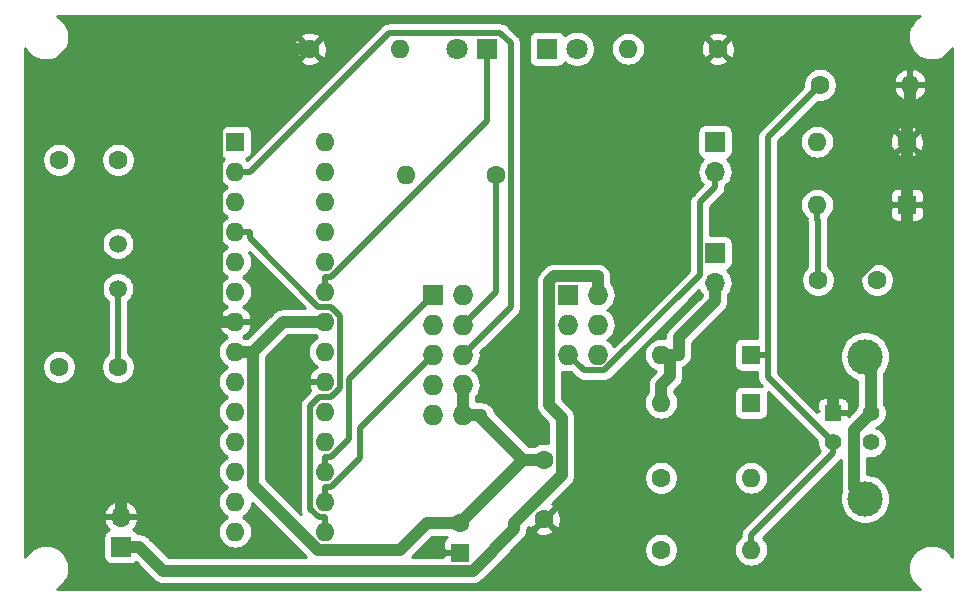
<source format=gbr>
G04 #@! TF.GenerationSoftware,KiCad,Pcbnew,5.1.2-1.fc30*
G04 #@! TF.CreationDate,2019-07-08T04:49:55+02:00*
G04 #@! TF.ProjectId,usbasp,75736261-7370-42e6-9b69-6361645f7063,1.0*
G04 #@! TF.SameCoordinates,Original*
G04 #@! TF.FileFunction,Copper,L2,Bot*
G04 #@! TF.FilePolarity,Positive*
%FSLAX46Y46*%
G04 Gerber Fmt 4.6, Leading zero omitted, Abs format (unit mm)*
G04 Created by KiCad (PCBNEW 5.1.2-1.fc30) date 2019-07-08 04:49:55*
%MOMM*%
%LPD*%
G04 APERTURE LIST*
%ADD10C,1.600000*%
%ADD11R,1.600000X1.600000*%
%ADD12O,1.600000X1.600000*%
%ADD13C,1.800000*%
%ADD14R,1.800000X1.800000*%
%ADD15C,1.400000*%
%ADD16C,3.000000*%
%ADD17R,1.400000X1.400000*%
%ADD18O,1.727200X1.727200*%
%ADD19R,1.727200X1.727200*%
%ADD20O,1.700000X1.700000*%
%ADD21R,1.700000X1.700000*%
%ADD22C,1.500000*%
%ADD23C,1.000000*%
%ADD24C,0.500000*%
%ADD25C,0.254000*%
G04 APERTURE END LIST*
D10*
X180928000Y-66294000D03*
X185928000Y-66294000D03*
X180928000Y-83820000D03*
X185928000Y-83820000D03*
X221996000Y-91694000D03*
X221996000Y-96694000D03*
X214884000Y-97068000D03*
D11*
X214884000Y-99568000D03*
D10*
X245190000Y-76454000D03*
X250190000Y-76454000D03*
D12*
X231902000Y-82804000D03*
D11*
X239522000Y-82804000D03*
D12*
X231902000Y-86868000D03*
D11*
X239522000Y-86868000D03*
D13*
X214630000Y-56896000D03*
D14*
X217170000Y-56896000D03*
D13*
X224790000Y-56896000D03*
D14*
X222250000Y-56896000D03*
D12*
X245110000Y-70104000D03*
D11*
X252730000Y-70104000D03*
D15*
X246464000Y-90226000D03*
D16*
X249174000Y-94996000D03*
D17*
X246464000Y-87726000D03*
D15*
X249664000Y-90226000D03*
X249664000Y-87726000D03*
D16*
X249174000Y-82956000D03*
D18*
X215138000Y-87884000D03*
X212598000Y-87884000D03*
X215138000Y-85344000D03*
X212598000Y-85344000D03*
X215138000Y-82804000D03*
X212598000Y-82804000D03*
X215138000Y-80264000D03*
X212598000Y-80264000D03*
X215138000Y-77724000D03*
D19*
X212598000Y-77724000D03*
D18*
X226568000Y-82804000D03*
X224028000Y-82804000D03*
X226568000Y-80264000D03*
X224028000Y-80264000D03*
X226568000Y-77724000D03*
D19*
X224028000Y-77724000D03*
D20*
X186182000Y-96520000D03*
D21*
X186182000Y-99060000D03*
D20*
X236474000Y-76708000D03*
D21*
X236474000Y-74168000D03*
D20*
X236474000Y-67310000D03*
D21*
X236474000Y-64770000D03*
D12*
X245110000Y-64770000D03*
D10*
X252730000Y-64770000D03*
D12*
X252984000Y-59944000D03*
D10*
X245364000Y-59944000D03*
D12*
X239522000Y-93218000D03*
D10*
X231902000Y-93218000D03*
D12*
X239522000Y-99314000D03*
D10*
X231902000Y-99314000D03*
D12*
X209804000Y-56896000D03*
D10*
X202184000Y-56896000D03*
D12*
X229108000Y-56896000D03*
D10*
X236728000Y-56896000D03*
D12*
X210312000Y-67564000D03*
D10*
X217932000Y-67564000D03*
D12*
X203454000Y-64770000D03*
X195834000Y-97790000D03*
X203454000Y-67310000D03*
X195834000Y-95250000D03*
X203454000Y-69850000D03*
X195834000Y-92710000D03*
X203454000Y-72390000D03*
X195834000Y-90170000D03*
X203454000Y-74930000D03*
X195834000Y-87630000D03*
X203454000Y-77470000D03*
X195834000Y-85090000D03*
X203454000Y-80010000D03*
X195834000Y-82550000D03*
X203454000Y-82550000D03*
X195834000Y-80010000D03*
X203454000Y-85090000D03*
X195834000Y-77470000D03*
X203454000Y-87630000D03*
X195834000Y-74930000D03*
X203454000Y-90170000D03*
X195834000Y-72390000D03*
X203454000Y-92710000D03*
X195834000Y-69850000D03*
X203454000Y-95250000D03*
X195834000Y-67310000D03*
X203454000Y-97790000D03*
D11*
X195834000Y-64770000D03*
D22*
X185928000Y-73406000D03*
X185928000Y-77206000D03*
D23*
X220258000Y-91694000D02*
X221996000Y-91694000D01*
X214884000Y-97068000D02*
X220258000Y-91694000D01*
X220258000Y-91694000D02*
X216701900Y-88137900D01*
X216701900Y-88137900D02*
X216701900Y-87884000D01*
X215138000Y-87884000D02*
X216701900Y-87884000D01*
X197334300Y-82550000D02*
X197334300Y-93799500D01*
X197334300Y-93799500D02*
X202870300Y-99335500D01*
X202870300Y-99335500D02*
X209798900Y-99335500D01*
X209798900Y-99335500D02*
X212066400Y-97068000D01*
X212066400Y-97068000D02*
X214884000Y-97068000D01*
X197034200Y-82550000D02*
X197334300Y-82550000D01*
X195834000Y-82550000D02*
X197034200Y-82550000D01*
X197334300Y-82550000D02*
X199874300Y-80010000D01*
X199874300Y-80010000D02*
X203454000Y-80010000D01*
X215138000Y-85344000D02*
X215138000Y-87884000D01*
X231902000Y-86868000D02*
X231902000Y-85367700D01*
X232652200Y-82804000D02*
X232652200Y-84617500D01*
X232652200Y-84617500D02*
X231902000Y-85367700D01*
X232652200Y-82804000D02*
X233402300Y-82804000D01*
X231902000Y-82804000D02*
X232652200Y-82804000D01*
X249174000Y-94996000D02*
X248247600Y-94069600D01*
X248247600Y-94069600D02*
X248247600Y-89142400D01*
X248247600Y-89142400D02*
X249664000Y-87726000D01*
X249174000Y-82956000D02*
X249664000Y-83446000D01*
X249664000Y-83446000D02*
X249664000Y-87726000D01*
X236474000Y-76708000D02*
X236474000Y-78258300D01*
X236474000Y-78258300D02*
X233402300Y-81330000D01*
X233402300Y-81330000D02*
X233402300Y-82804000D01*
D24*
X185928000Y-77206000D02*
X185928000Y-83820000D01*
D23*
X246464000Y-87726000D02*
X246464000Y-78058100D01*
X246464000Y-78058100D02*
X252730000Y-71792100D01*
X252730000Y-71792100D02*
X252730000Y-70104000D01*
X194333700Y-80010000D02*
X194333700Y-63645200D01*
X194333700Y-63645200D02*
X201082900Y-56896000D01*
X201082900Y-56896000D02*
X202184000Y-56896000D01*
X186182000Y-96520000D02*
X186182000Y-88161700D01*
X186182000Y-88161700D02*
X194333700Y-80010000D01*
X195834000Y-80010000D02*
X194333700Y-80010000D01*
X252730000Y-64770000D02*
X252730000Y-70104000D01*
X252984000Y-61444300D02*
X252730000Y-61698300D01*
X252730000Y-61698300D02*
X252730000Y-64770000D01*
X252984000Y-59944000D02*
X252984000Y-61444300D01*
D24*
X245110000Y-70104000D02*
X245110000Y-71354300D01*
X245110000Y-71354300D02*
X245190000Y-71434300D01*
X245190000Y-71434300D02*
X245190000Y-76454000D01*
X240936200Y-82804000D02*
X240936200Y-84698200D01*
X240936200Y-84698200D02*
X246464000Y-90226000D01*
X245364000Y-59944000D02*
X240936200Y-64371800D01*
X240936200Y-64371800D02*
X240936200Y-82804000D01*
X240772300Y-82804000D02*
X240936200Y-82804000D01*
X239522000Y-82804000D02*
X240772300Y-82804000D01*
X239522000Y-99314000D02*
X239522000Y-98063700D01*
X239522000Y-98063700D02*
X246464000Y-91121700D01*
X246464000Y-91121700D02*
X246464000Y-90226000D01*
X203454000Y-77470000D02*
X203454000Y-76219700D01*
X203454000Y-76219700D02*
X204001000Y-76219700D01*
X204001000Y-76219700D02*
X217170000Y-63050700D01*
X217170000Y-63050700D02*
X217170000Y-56896000D01*
X203454000Y-92710000D02*
X203454000Y-91459700D01*
X203454000Y-91459700D02*
X203942300Y-91459700D01*
X203942300Y-91459700D02*
X205485000Y-89917000D01*
X205485000Y-89917000D02*
X205485000Y-84837000D01*
X205485000Y-84837000D02*
X212598000Y-77724000D01*
D23*
X226568000Y-77724000D02*
X226568000Y-76160100D01*
X186182000Y-99060000D02*
X187732300Y-99060000D01*
X187732300Y-99060000D02*
X189752600Y-101080300D01*
X189752600Y-101080300D02*
X215963400Y-101080300D01*
X215963400Y-101080300D02*
X219455700Y-97588000D01*
X219455700Y-97588000D02*
X219455700Y-97049200D01*
X219455700Y-97049200D02*
X223507800Y-92997100D01*
X223507800Y-92997100D02*
X223507800Y-88129300D01*
X223507800Y-88129300D02*
X222423900Y-87045400D01*
X222423900Y-87045400D02*
X222423900Y-76565400D01*
X222423900Y-76565400D02*
X222829200Y-76160100D01*
X222829200Y-76160100D02*
X226568000Y-76160100D01*
D24*
X217932000Y-67564000D02*
X217932000Y-77470000D01*
X217932000Y-77470000D02*
X215138000Y-80264000D01*
X236474000Y-67310000D02*
X236474000Y-68610300D01*
X224028000Y-82804000D02*
X225358900Y-84134900D01*
X225358900Y-84134900D02*
X227102900Y-84134900D01*
X227102900Y-84134900D02*
X235173700Y-76064100D01*
X235173700Y-76064100D02*
X235173700Y-69910600D01*
X235173700Y-69910600D02*
X236474000Y-68610300D01*
X203454000Y-93999700D02*
X203974100Y-93999700D01*
X203974100Y-93999700D02*
X206433000Y-91540800D01*
X206433000Y-91540800D02*
X206433000Y-88969000D01*
X206433000Y-88969000D02*
X212598000Y-82804000D01*
X203454000Y-95250000D02*
X203454000Y-93999700D01*
X195834000Y-67310000D02*
X197084300Y-67310000D01*
X197084300Y-67310000D02*
X208848700Y-55545600D01*
X208848700Y-55545600D02*
X218300100Y-55545600D01*
X218300100Y-55545600D02*
X219184800Y-56430300D01*
X219184800Y-56430300D02*
X219184800Y-78757200D01*
X219184800Y-78757200D02*
X215138000Y-82804000D01*
X195834000Y-72390000D02*
X197084300Y-72390000D01*
X203454000Y-97790000D02*
X203454000Y-96539700D01*
X203454000Y-96539700D02*
X202907000Y-96539700D01*
X202907000Y-96539700D02*
X202196800Y-95829500D01*
X202196800Y-95829500D02*
X202196800Y-87118300D01*
X202196800Y-87118300D02*
X202935500Y-86379600D01*
X202935500Y-86379600D02*
X203932800Y-86379600D01*
X203932800Y-86379600D02*
X204704400Y-85608000D01*
X204704400Y-85608000D02*
X204704400Y-79491700D01*
X204704400Y-79491700D02*
X203952700Y-78740000D01*
X203952700Y-78740000D02*
X202890400Y-78740000D01*
X202890400Y-78740000D02*
X197084300Y-72933900D01*
X197084300Y-72933900D02*
X197084300Y-72390000D01*
D25*
G36*
X253657719Y-54231596D02*
G01*
X253359724Y-54485210D01*
X253116664Y-54791875D01*
X252937798Y-55139910D01*
X252829939Y-55516059D01*
X252797195Y-55905994D01*
X252840814Y-56294863D01*
X252959134Y-56667854D01*
X253147647Y-57010759D01*
X253399175Y-57310518D01*
X253704136Y-57555712D01*
X254050914Y-57737004D01*
X254426300Y-57847486D01*
X254815997Y-57882951D01*
X255205161Y-57842048D01*
X255578969Y-57726336D01*
X255923182Y-57540220D01*
X256224689Y-57290792D01*
X256472007Y-56987550D01*
X256567001Y-56808893D01*
X256567000Y-99945152D01*
X256440376Y-99722253D01*
X256184687Y-99426035D01*
X255876333Y-99185123D01*
X255527057Y-99008691D01*
X255150165Y-98903460D01*
X254760010Y-98873440D01*
X254371456Y-98919772D01*
X253999300Y-99040693D01*
X253657719Y-99231596D01*
X253359724Y-99485210D01*
X253116664Y-99791875D01*
X252937798Y-100139910D01*
X252829939Y-100516059D01*
X252797195Y-100905994D01*
X252840814Y-101294863D01*
X252959134Y-101667854D01*
X253147647Y-102010759D01*
X253399175Y-102310518D01*
X253704136Y-102555712D01*
X253871102Y-102643000D01*
X180733095Y-102643000D01*
X180923182Y-102540220D01*
X181224689Y-102290792D01*
X181472007Y-101987550D01*
X181655715Y-101642046D01*
X181768815Y-101267440D01*
X181807000Y-100878000D01*
X181806218Y-100822017D01*
X181757174Y-100433795D01*
X181633659Y-100062493D01*
X181440376Y-99722253D01*
X181184687Y-99426035D01*
X180876333Y-99185123D01*
X180527057Y-99008691D01*
X180150165Y-98903460D01*
X179760010Y-98873440D01*
X179371456Y-98919772D01*
X178999300Y-99040693D01*
X178657719Y-99231596D01*
X178359724Y-99485210D01*
X178116664Y-99791875D01*
X178037000Y-99946884D01*
X178037000Y-98210000D01*
X184693928Y-98210000D01*
X184693928Y-99910000D01*
X184706188Y-100034482D01*
X184742498Y-100154180D01*
X184801463Y-100264494D01*
X184880815Y-100361185D01*
X184977506Y-100440537D01*
X185087820Y-100499502D01*
X185207518Y-100535812D01*
X185332000Y-100548072D01*
X187032000Y-100548072D01*
X187156482Y-100535812D01*
X187276180Y-100499502D01*
X187386494Y-100440537D01*
X187453069Y-100385901D01*
X188910613Y-101843446D01*
X188946151Y-101886749D01*
X188989454Y-101922287D01*
X188989456Y-101922289D01*
X189118977Y-102028584D01*
X189316153Y-102133976D01*
X189530101Y-102198877D01*
X189752600Y-102220791D01*
X189808352Y-102215300D01*
X215907649Y-102215300D01*
X215963400Y-102220791D01*
X216019151Y-102215300D01*
X216019152Y-102215300D01*
X216185899Y-102198877D01*
X216399847Y-102133976D01*
X216597023Y-102028584D01*
X216769849Y-101886749D01*
X216805396Y-101843435D01*
X219476166Y-99172665D01*
X230467000Y-99172665D01*
X230467000Y-99455335D01*
X230522147Y-99732574D01*
X230630320Y-99993727D01*
X230787363Y-100228759D01*
X230987241Y-100428637D01*
X231222273Y-100585680D01*
X231483426Y-100693853D01*
X231760665Y-100749000D01*
X232043335Y-100749000D01*
X232320574Y-100693853D01*
X232581727Y-100585680D01*
X232816759Y-100428637D01*
X233016637Y-100228759D01*
X233173680Y-99993727D01*
X233281853Y-99732574D01*
X233337000Y-99455335D01*
X233337000Y-99314000D01*
X238080057Y-99314000D01*
X238107764Y-99595309D01*
X238189818Y-99865808D01*
X238323068Y-100115101D01*
X238502392Y-100333608D01*
X238720899Y-100512932D01*
X238970192Y-100646182D01*
X239240691Y-100728236D01*
X239451508Y-100749000D01*
X239592492Y-100749000D01*
X239803309Y-100728236D01*
X240073808Y-100646182D01*
X240323101Y-100512932D01*
X240541608Y-100333608D01*
X240720932Y-100115101D01*
X240854182Y-99865808D01*
X240936236Y-99595309D01*
X240963943Y-99314000D01*
X240936236Y-99032691D01*
X240854182Y-98762192D01*
X240720932Y-98512899D01*
X240542184Y-98295094D01*
X247059051Y-91778228D01*
X247092817Y-91750517D01*
X247112600Y-91726411D01*
X247112600Y-94013848D01*
X247107109Y-94069600D01*
X247114535Y-94145000D01*
X247129023Y-94292098D01*
X247139861Y-94327824D01*
X247121047Y-94373244D01*
X247039000Y-94785721D01*
X247039000Y-95206279D01*
X247121047Y-95618756D01*
X247281988Y-96007302D01*
X247515637Y-96356983D01*
X247813017Y-96654363D01*
X248162698Y-96888012D01*
X248551244Y-97048953D01*
X248963721Y-97131000D01*
X249384279Y-97131000D01*
X249796756Y-97048953D01*
X250185302Y-96888012D01*
X250534983Y-96654363D01*
X250832363Y-96356983D01*
X251066012Y-96007302D01*
X251226953Y-95618756D01*
X251309000Y-95206279D01*
X251309000Y-94785721D01*
X251226953Y-94373244D01*
X251066012Y-93984698D01*
X250832363Y-93635017D01*
X250534983Y-93337637D01*
X250185302Y-93103988D01*
X249796756Y-92943047D01*
X249384279Y-92861000D01*
X249382600Y-92861000D01*
X249382600Y-91531180D01*
X249532514Y-91561000D01*
X249795486Y-91561000D01*
X250053405Y-91509696D01*
X250296359Y-91409061D01*
X250515013Y-91262962D01*
X250700962Y-91077013D01*
X250847061Y-90858359D01*
X250947696Y-90615405D01*
X250999000Y-90357486D01*
X250999000Y-90094514D01*
X250947696Y-89836595D01*
X250847061Y-89593641D01*
X250700962Y-89374987D01*
X250515013Y-89189038D01*
X250296359Y-89042939D01*
X250134754Y-88976000D01*
X250296359Y-88909061D01*
X250515013Y-88762962D01*
X250700962Y-88577013D01*
X250847061Y-88358359D01*
X250947696Y-88115405D01*
X250999000Y-87857486D01*
X250999000Y-87594514D01*
X250947696Y-87336595D01*
X250847061Y-87093641D01*
X250799000Y-87021712D01*
X250799000Y-84350346D01*
X250832363Y-84316983D01*
X251066012Y-83967302D01*
X251226953Y-83578756D01*
X251309000Y-83166279D01*
X251309000Y-82745721D01*
X251226953Y-82333244D01*
X251066012Y-81944698D01*
X250832363Y-81595017D01*
X250534983Y-81297637D01*
X250185302Y-81063988D01*
X249796756Y-80903047D01*
X249384279Y-80821000D01*
X248963721Y-80821000D01*
X248551244Y-80903047D01*
X248162698Y-81063988D01*
X247813017Y-81297637D01*
X247515637Y-81595017D01*
X247281988Y-81944698D01*
X247121047Y-82333244D01*
X247039000Y-82745721D01*
X247039000Y-83166279D01*
X247121047Y-83578756D01*
X247281988Y-83967302D01*
X247515637Y-84316983D01*
X247813017Y-84614363D01*
X248162698Y-84848012D01*
X248529000Y-84999739D01*
X248529001Y-87021711D01*
X248480939Y-87093641D01*
X248380304Y-87336595D01*
X248363427Y-87421442D01*
X247786059Y-87998809D01*
X247640250Y-87853000D01*
X246591000Y-87853000D01*
X246591000Y-87873000D01*
X246337000Y-87873000D01*
X246337000Y-87853000D01*
X246317000Y-87853000D01*
X246317000Y-87599000D01*
X246337000Y-87599000D01*
X246337000Y-86549750D01*
X246591000Y-86549750D01*
X246591000Y-87599000D01*
X247640250Y-87599000D01*
X247799000Y-87440250D01*
X247802072Y-87026000D01*
X247789812Y-86901518D01*
X247753502Y-86781820D01*
X247694537Y-86671506D01*
X247615185Y-86574815D01*
X247518494Y-86495463D01*
X247408180Y-86436498D01*
X247288482Y-86400188D01*
X247164000Y-86387928D01*
X246749750Y-86391000D01*
X246591000Y-86549750D01*
X246337000Y-86549750D01*
X246178250Y-86391000D01*
X245764000Y-86387928D01*
X245639518Y-86400188D01*
X245519820Y-86436498D01*
X245409506Y-86495463D01*
X245312815Y-86574815D01*
X245233463Y-86671506D01*
X245174498Y-86781820D01*
X245138188Y-86901518D01*
X245125928Y-87026000D01*
X245129000Y-87440250D01*
X245287748Y-87598998D01*
X245129000Y-87598998D01*
X245129000Y-87639421D01*
X241821200Y-84331622D01*
X241821200Y-82847477D01*
X241825482Y-82804000D01*
X241821200Y-82760523D01*
X241821200Y-70104000D01*
X243668057Y-70104000D01*
X243695764Y-70385309D01*
X243777818Y-70655808D01*
X243911068Y-70905101D01*
X244090392Y-71123608D01*
X244225001Y-71234079D01*
X244225001Y-71310822D01*
X244220719Y-71354300D01*
X244237805Y-71527790D01*
X244288412Y-71694613D01*
X244305000Y-71725647D01*
X244305001Y-75319478D01*
X244275241Y-75339363D01*
X244075363Y-75539241D01*
X243918320Y-75774273D01*
X243810147Y-76035426D01*
X243755000Y-76312665D01*
X243755000Y-76595335D01*
X243810147Y-76872574D01*
X243918320Y-77133727D01*
X244075363Y-77368759D01*
X244275241Y-77568637D01*
X244510273Y-77725680D01*
X244771426Y-77833853D01*
X245048665Y-77889000D01*
X245331335Y-77889000D01*
X245608574Y-77833853D01*
X245869727Y-77725680D01*
X246104759Y-77568637D01*
X246304637Y-77368759D01*
X246461680Y-77133727D01*
X246569853Y-76872574D01*
X246625000Y-76595335D01*
X246625000Y-76312665D01*
X248755000Y-76312665D01*
X248755000Y-76595335D01*
X248810147Y-76872574D01*
X248918320Y-77133727D01*
X249075363Y-77368759D01*
X249275241Y-77568637D01*
X249510273Y-77725680D01*
X249771426Y-77833853D01*
X250048665Y-77889000D01*
X250331335Y-77889000D01*
X250608574Y-77833853D01*
X250869727Y-77725680D01*
X251104759Y-77568637D01*
X251304637Y-77368759D01*
X251461680Y-77133727D01*
X251569853Y-76872574D01*
X251625000Y-76595335D01*
X251625000Y-76312665D01*
X251569853Y-76035426D01*
X251461680Y-75774273D01*
X251304637Y-75539241D01*
X251104759Y-75339363D01*
X250869727Y-75182320D01*
X250608574Y-75074147D01*
X250331335Y-75019000D01*
X250048665Y-75019000D01*
X249771426Y-75074147D01*
X249510273Y-75182320D01*
X249275241Y-75339363D01*
X249075363Y-75539241D01*
X248918320Y-75774273D01*
X248810147Y-76035426D01*
X248755000Y-76312665D01*
X246625000Y-76312665D01*
X246569853Y-76035426D01*
X246461680Y-75774273D01*
X246304637Y-75539241D01*
X246104759Y-75339363D01*
X246075000Y-75319479D01*
X246075000Y-71477766D01*
X246079281Y-71434299D01*
X246075000Y-71390833D01*
X246075000Y-71390823D01*
X246062195Y-71260810D01*
X246042308Y-71195253D01*
X246129608Y-71123608D01*
X246308932Y-70905101D01*
X246309520Y-70904000D01*
X251291928Y-70904000D01*
X251304188Y-71028482D01*
X251340498Y-71148180D01*
X251399463Y-71258494D01*
X251478815Y-71355185D01*
X251575506Y-71434537D01*
X251685820Y-71493502D01*
X251805518Y-71529812D01*
X251930000Y-71542072D01*
X252444250Y-71539000D01*
X252603000Y-71380250D01*
X252603000Y-70231000D01*
X252857000Y-70231000D01*
X252857000Y-71380250D01*
X253015750Y-71539000D01*
X253530000Y-71542072D01*
X253654482Y-71529812D01*
X253774180Y-71493502D01*
X253884494Y-71434537D01*
X253981185Y-71355185D01*
X254060537Y-71258494D01*
X254119502Y-71148180D01*
X254155812Y-71028482D01*
X254168072Y-70904000D01*
X254165000Y-70389750D01*
X254006250Y-70231000D01*
X252857000Y-70231000D01*
X252603000Y-70231000D01*
X251453750Y-70231000D01*
X251295000Y-70389750D01*
X251291928Y-70904000D01*
X246309520Y-70904000D01*
X246442182Y-70655808D01*
X246524236Y-70385309D01*
X246551943Y-70104000D01*
X246524236Y-69822691D01*
X246442182Y-69552192D01*
X246309521Y-69304000D01*
X251291928Y-69304000D01*
X251295000Y-69818250D01*
X251453750Y-69977000D01*
X252603000Y-69977000D01*
X252603000Y-68827750D01*
X252857000Y-68827750D01*
X252857000Y-69977000D01*
X254006250Y-69977000D01*
X254165000Y-69818250D01*
X254168072Y-69304000D01*
X254155812Y-69179518D01*
X254119502Y-69059820D01*
X254060537Y-68949506D01*
X253981185Y-68852815D01*
X253884494Y-68773463D01*
X253774180Y-68714498D01*
X253654482Y-68678188D01*
X253530000Y-68665928D01*
X253015750Y-68669000D01*
X252857000Y-68827750D01*
X252603000Y-68827750D01*
X252444250Y-68669000D01*
X251930000Y-68665928D01*
X251805518Y-68678188D01*
X251685820Y-68714498D01*
X251575506Y-68773463D01*
X251478815Y-68852815D01*
X251399463Y-68949506D01*
X251340498Y-69059820D01*
X251304188Y-69179518D01*
X251291928Y-69304000D01*
X246309521Y-69304000D01*
X246308932Y-69302899D01*
X246129608Y-69084392D01*
X245911101Y-68905068D01*
X245661808Y-68771818D01*
X245391309Y-68689764D01*
X245180492Y-68669000D01*
X245039508Y-68669000D01*
X244828691Y-68689764D01*
X244558192Y-68771818D01*
X244308899Y-68905068D01*
X244090392Y-69084392D01*
X243911068Y-69302899D01*
X243777818Y-69552192D01*
X243695764Y-69822691D01*
X243668057Y-70104000D01*
X241821200Y-70104000D01*
X241821200Y-64770000D01*
X243668057Y-64770000D01*
X243695764Y-65051309D01*
X243777818Y-65321808D01*
X243911068Y-65571101D01*
X244090392Y-65789608D01*
X244308899Y-65968932D01*
X244558192Y-66102182D01*
X244828691Y-66184236D01*
X245039508Y-66205000D01*
X245180492Y-66205000D01*
X245391309Y-66184236D01*
X245661808Y-66102182D01*
X245911101Y-65968932D01*
X246129608Y-65789608D01*
X246151689Y-65762702D01*
X251916903Y-65762702D01*
X251988486Y-66006671D01*
X252243996Y-66127571D01*
X252518184Y-66196300D01*
X252800512Y-66210217D01*
X253080130Y-66168787D01*
X253346292Y-66073603D01*
X253471514Y-66006671D01*
X253543097Y-65762702D01*
X252730000Y-64949605D01*
X251916903Y-65762702D01*
X246151689Y-65762702D01*
X246308932Y-65571101D01*
X246442182Y-65321808D01*
X246524236Y-65051309D01*
X246544998Y-64840512D01*
X251289783Y-64840512D01*
X251331213Y-65120130D01*
X251426397Y-65386292D01*
X251493329Y-65511514D01*
X251737298Y-65583097D01*
X252550395Y-64770000D01*
X252909605Y-64770000D01*
X253722702Y-65583097D01*
X253966671Y-65511514D01*
X254087571Y-65256004D01*
X254156300Y-64981816D01*
X254170217Y-64699488D01*
X254128787Y-64419870D01*
X254033603Y-64153708D01*
X253966671Y-64028486D01*
X253722702Y-63956903D01*
X252909605Y-64770000D01*
X252550395Y-64770000D01*
X251737298Y-63956903D01*
X251493329Y-64028486D01*
X251372429Y-64283996D01*
X251303700Y-64558184D01*
X251289783Y-64840512D01*
X246544998Y-64840512D01*
X246551943Y-64770000D01*
X246524236Y-64488691D01*
X246442182Y-64218192D01*
X246308932Y-63968899D01*
X246151690Y-63777298D01*
X251916903Y-63777298D01*
X252730000Y-64590395D01*
X253543097Y-63777298D01*
X253471514Y-63533329D01*
X253216004Y-63412429D01*
X252941816Y-63343700D01*
X252659488Y-63329783D01*
X252379870Y-63371213D01*
X252113708Y-63466397D01*
X251988486Y-63533329D01*
X251916903Y-63777298D01*
X246151690Y-63777298D01*
X246129608Y-63750392D01*
X245911101Y-63571068D01*
X245661808Y-63437818D01*
X245391309Y-63355764D01*
X245180492Y-63335000D01*
X245039508Y-63335000D01*
X244828691Y-63355764D01*
X244558192Y-63437818D01*
X244308899Y-63571068D01*
X244090392Y-63750392D01*
X243911068Y-63968899D01*
X243777818Y-64218192D01*
X243695764Y-64488691D01*
X243668057Y-64770000D01*
X241821200Y-64770000D01*
X241821200Y-64738378D01*
X245187561Y-61372017D01*
X245222665Y-61379000D01*
X245505335Y-61379000D01*
X245782574Y-61323853D01*
X246043727Y-61215680D01*
X246278759Y-61058637D01*
X246478637Y-60858759D01*
X246635680Y-60623727D01*
X246743853Y-60362574D01*
X246757684Y-60293039D01*
X251592096Y-60293039D01*
X251632754Y-60427087D01*
X251752963Y-60681420D01*
X251920481Y-60907414D01*
X252128869Y-61096385D01*
X252370119Y-61241070D01*
X252634960Y-61335909D01*
X252857000Y-61214624D01*
X252857000Y-60071000D01*
X253111000Y-60071000D01*
X253111000Y-61214624D01*
X253333040Y-61335909D01*
X253597881Y-61241070D01*
X253839131Y-61096385D01*
X254047519Y-60907414D01*
X254215037Y-60681420D01*
X254335246Y-60427087D01*
X254375904Y-60293039D01*
X254253915Y-60071000D01*
X253111000Y-60071000D01*
X252857000Y-60071000D01*
X251714085Y-60071000D01*
X251592096Y-60293039D01*
X246757684Y-60293039D01*
X246799000Y-60085335D01*
X246799000Y-59802665D01*
X246757685Y-59594961D01*
X251592096Y-59594961D01*
X251714085Y-59817000D01*
X252857000Y-59817000D01*
X252857000Y-58673376D01*
X253111000Y-58673376D01*
X253111000Y-59817000D01*
X254253915Y-59817000D01*
X254375904Y-59594961D01*
X254335246Y-59460913D01*
X254215037Y-59206580D01*
X254047519Y-58980586D01*
X253839131Y-58791615D01*
X253597881Y-58646930D01*
X253333040Y-58552091D01*
X253111000Y-58673376D01*
X252857000Y-58673376D01*
X252634960Y-58552091D01*
X252370119Y-58646930D01*
X252128869Y-58791615D01*
X251920481Y-58980586D01*
X251752963Y-59206580D01*
X251632754Y-59460913D01*
X251592096Y-59594961D01*
X246757685Y-59594961D01*
X246743853Y-59525426D01*
X246635680Y-59264273D01*
X246478637Y-59029241D01*
X246278759Y-58829363D01*
X246043727Y-58672320D01*
X245782574Y-58564147D01*
X245505335Y-58509000D01*
X245222665Y-58509000D01*
X244945426Y-58564147D01*
X244684273Y-58672320D01*
X244449241Y-58829363D01*
X244249363Y-59029241D01*
X244092320Y-59264273D01*
X243984147Y-59525426D01*
X243929000Y-59802665D01*
X243929000Y-60085335D01*
X243935983Y-60120439D01*
X240341156Y-63715266D01*
X240307383Y-63742983D01*
X240196789Y-63877742D01*
X240114611Y-64031488D01*
X240064005Y-64198311D01*
X240051200Y-64328324D01*
X240051200Y-64328331D01*
X240046919Y-64371800D01*
X240051200Y-64415269D01*
X240051201Y-81365928D01*
X238722000Y-81365928D01*
X238597518Y-81378188D01*
X238477820Y-81414498D01*
X238367506Y-81473463D01*
X238270815Y-81552815D01*
X238191463Y-81649506D01*
X238132498Y-81759820D01*
X238096188Y-81879518D01*
X238083928Y-82004000D01*
X238083928Y-83604000D01*
X238096188Y-83728482D01*
X238132498Y-83848180D01*
X238191463Y-83958494D01*
X238270815Y-84055185D01*
X238367506Y-84134537D01*
X238477820Y-84193502D01*
X238597518Y-84229812D01*
X238722000Y-84242072D01*
X240051201Y-84242072D01*
X240051201Y-84654721D01*
X240046919Y-84698200D01*
X240064005Y-84871690D01*
X240114612Y-85038513D01*
X240196790Y-85192259D01*
X240279668Y-85293246D01*
X240279671Y-85293249D01*
X240307384Y-85327017D01*
X240341152Y-85354730D01*
X240426657Y-85440236D01*
X240322000Y-85429928D01*
X238722000Y-85429928D01*
X238597518Y-85442188D01*
X238477820Y-85478498D01*
X238367506Y-85537463D01*
X238270815Y-85616815D01*
X238191463Y-85713506D01*
X238132498Y-85823820D01*
X238096188Y-85943518D01*
X238083928Y-86068000D01*
X238083928Y-87668000D01*
X238096188Y-87792482D01*
X238132498Y-87912180D01*
X238191463Y-88022494D01*
X238270815Y-88119185D01*
X238367506Y-88198537D01*
X238477820Y-88257502D01*
X238597518Y-88293812D01*
X238722000Y-88306072D01*
X240322000Y-88306072D01*
X240446482Y-88293812D01*
X240566180Y-88257502D01*
X240676494Y-88198537D01*
X240773185Y-88119185D01*
X240852537Y-88022494D01*
X240911502Y-87912180D01*
X240947812Y-87792482D01*
X240960072Y-87668000D01*
X240960072Y-86068000D01*
X240949764Y-85963343D01*
X245129000Y-90142579D01*
X245129000Y-90357486D01*
X245180304Y-90615405D01*
X245280939Y-90858359D01*
X245358974Y-90975147D01*
X238926952Y-97407170D01*
X238893184Y-97434883D01*
X238865471Y-97468651D01*
X238865468Y-97468654D01*
X238782590Y-97569641D01*
X238700412Y-97723387D01*
X238649805Y-97890210D01*
X238632719Y-98063700D01*
X238637001Y-98107178D01*
X238637001Y-98183921D01*
X238502392Y-98294392D01*
X238323068Y-98512899D01*
X238189818Y-98762192D01*
X238107764Y-99032691D01*
X238080057Y-99314000D01*
X233337000Y-99314000D01*
X233337000Y-99172665D01*
X233281853Y-98895426D01*
X233173680Y-98634273D01*
X233016637Y-98399241D01*
X232816759Y-98199363D01*
X232581727Y-98042320D01*
X232320574Y-97934147D01*
X232043335Y-97879000D01*
X231760665Y-97879000D01*
X231483426Y-97934147D01*
X231222273Y-98042320D01*
X230987241Y-98199363D01*
X230787363Y-98399241D01*
X230630320Y-98634273D01*
X230522147Y-98895426D01*
X230467000Y-99172665D01*
X219476166Y-99172665D01*
X220218841Y-98429991D01*
X220262149Y-98394449D01*
X220403984Y-98221623D01*
X220509376Y-98024447D01*
X220574277Y-97810499D01*
X220586469Y-97686702D01*
X221182903Y-97686702D01*
X221254486Y-97930671D01*
X221509996Y-98051571D01*
X221784184Y-98120300D01*
X222066512Y-98134217D01*
X222346130Y-98092787D01*
X222612292Y-97997603D01*
X222737514Y-97930671D01*
X222809097Y-97686702D01*
X221996000Y-96873605D01*
X221182903Y-97686702D01*
X220586469Y-97686702D01*
X220590700Y-97643752D01*
X220590700Y-97643751D01*
X220596191Y-97588001D01*
X220590700Y-97532249D01*
X220590700Y-97519331D01*
X220729787Y-97380244D01*
X220759329Y-97435514D01*
X221003298Y-97507097D01*
X221816395Y-96694000D01*
X222175605Y-96694000D01*
X222988702Y-97507097D01*
X223232671Y-97435514D01*
X223353571Y-97180004D01*
X223422300Y-96905816D01*
X223436217Y-96623488D01*
X223394787Y-96343870D01*
X223299603Y-96077708D01*
X223232671Y-95952486D01*
X222988702Y-95880903D01*
X222175605Y-96694000D01*
X221816395Y-96694000D01*
X221802253Y-96679858D01*
X221981858Y-96500253D01*
X221996000Y-96514395D01*
X222809097Y-95701298D01*
X222737514Y-95457329D01*
X222679943Y-95430088D01*
X224270941Y-93839091D01*
X224314249Y-93803549D01*
X224456084Y-93630723D01*
X224561476Y-93433547D01*
X224626377Y-93219599D01*
X224640454Y-93076665D01*
X230467000Y-93076665D01*
X230467000Y-93359335D01*
X230522147Y-93636574D01*
X230630320Y-93897727D01*
X230787363Y-94132759D01*
X230987241Y-94332637D01*
X231222273Y-94489680D01*
X231483426Y-94597853D01*
X231760665Y-94653000D01*
X232043335Y-94653000D01*
X232320574Y-94597853D01*
X232581727Y-94489680D01*
X232816759Y-94332637D01*
X233016637Y-94132759D01*
X233173680Y-93897727D01*
X233281853Y-93636574D01*
X233337000Y-93359335D01*
X233337000Y-93218000D01*
X238080057Y-93218000D01*
X238107764Y-93499309D01*
X238189818Y-93769808D01*
X238323068Y-94019101D01*
X238502392Y-94237608D01*
X238720899Y-94416932D01*
X238970192Y-94550182D01*
X239240691Y-94632236D01*
X239451508Y-94653000D01*
X239592492Y-94653000D01*
X239803309Y-94632236D01*
X240073808Y-94550182D01*
X240323101Y-94416932D01*
X240541608Y-94237608D01*
X240720932Y-94019101D01*
X240854182Y-93769808D01*
X240936236Y-93499309D01*
X240963943Y-93218000D01*
X240936236Y-92936691D01*
X240854182Y-92666192D01*
X240720932Y-92416899D01*
X240541608Y-92198392D01*
X240323101Y-92019068D01*
X240073808Y-91885818D01*
X239803309Y-91803764D01*
X239592492Y-91783000D01*
X239451508Y-91783000D01*
X239240691Y-91803764D01*
X238970192Y-91885818D01*
X238720899Y-92019068D01*
X238502392Y-92198392D01*
X238323068Y-92416899D01*
X238189818Y-92666192D01*
X238107764Y-92936691D01*
X238080057Y-93218000D01*
X233337000Y-93218000D01*
X233337000Y-93076665D01*
X233281853Y-92799426D01*
X233173680Y-92538273D01*
X233016637Y-92303241D01*
X232816759Y-92103363D01*
X232581727Y-91946320D01*
X232320574Y-91838147D01*
X232043335Y-91783000D01*
X231760665Y-91783000D01*
X231483426Y-91838147D01*
X231222273Y-91946320D01*
X230987241Y-92103363D01*
X230787363Y-92303241D01*
X230630320Y-92538273D01*
X230522147Y-92799426D01*
X230467000Y-93076665D01*
X224640454Y-93076665D01*
X224642800Y-93052852D01*
X224642800Y-93052851D01*
X224648291Y-92997100D01*
X224642800Y-92941348D01*
X224642800Y-88185051D01*
X224648291Y-88129299D01*
X224626377Y-87906801D01*
X224561476Y-87692853D01*
X224544718Y-87661501D01*
X224456084Y-87495677D01*
X224314249Y-87322851D01*
X224270940Y-87287308D01*
X223558900Y-86575269D01*
X223558900Y-84227733D01*
X223734223Y-84280916D01*
X223954381Y-84302600D01*
X224101619Y-84302600D01*
X224259474Y-84287052D01*
X224702370Y-84729949D01*
X224730083Y-84763717D01*
X224763851Y-84791430D01*
X224763853Y-84791432D01*
X224766401Y-84793523D01*
X224864841Y-84874311D01*
X225018587Y-84956489D01*
X225185410Y-85007095D01*
X225315423Y-85019900D01*
X225315431Y-85019900D01*
X225358900Y-85024181D01*
X225402369Y-85019900D01*
X227059431Y-85019900D01*
X227102900Y-85024181D01*
X227146369Y-85019900D01*
X227146377Y-85019900D01*
X227276390Y-85007095D01*
X227443213Y-84956489D01*
X227596959Y-84874311D01*
X227731717Y-84763717D01*
X227759434Y-84729944D01*
X235135439Y-77353940D01*
X235233294Y-77537014D01*
X235339000Y-77665817D01*
X235339000Y-77788168D01*
X232639165Y-80488004D01*
X232595851Y-80523551D01*
X232454016Y-80696377D01*
X232377108Y-80840264D01*
X232348624Y-80893554D01*
X232283723Y-81107502D01*
X232261809Y-81330000D01*
X232267300Y-81385751D01*
X232267300Y-81415242D01*
X232183309Y-81389764D01*
X231972492Y-81369000D01*
X231831508Y-81369000D01*
X231620691Y-81389764D01*
X231350192Y-81471818D01*
X231100899Y-81605068D01*
X230882392Y-81784392D01*
X230703068Y-82002899D01*
X230569818Y-82252192D01*
X230487764Y-82522691D01*
X230460057Y-82804000D01*
X230487764Y-83085309D01*
X230569818Y-83355808D01*
X230703068Y-83605101D01*
X230882392Y-83823608D01*
X231100899Y-84002932D01*
X231350192Y-84136182D01*
X231486913Y-84177656D01*
X231138860Y-84525709D01*
X231095552Y-84561251D01*
X230953717Y-84734077D01*
X230921943Y-84793523D01*
X230848324Y-84931254D01*
X230820135Y-85024181D01*
X230783423Y-85145201D01*
X230772991Y-85251123D01*
X230761509Y-85367700D01*
X230767000Y-85423451D01*
X230767000Y-85988998D01*
X230703068Y-86066899D01*
X230569818Y-86316192D01*
X230487764Y-86586691D01*
X230460057Y-86868000D01*
X230487764Y-87149309D01*
X230569818Y-87419808D01*
X230703068Y-87669101D01*
X230882392Y-87887608D01*
X231100899Y-88066932D01*
X231350192Y-88200182D01*
X231620691Y-88282236D01*
X231831508Y-88303000D01*
X231972492Y-88303000D01*
X232183309Y-88282236D01*
X232453808Y-88200182D01*
X232703101Y-88066932D01*
X232921608Y-87887608D01*
X233100932Y-87669101D01*
X233234182Y-87419808D01*
X233316236Y-87149309D01*
X233343943Y-86868000D01*
X233316236Y-86586691D01*
X233234182Y-86316192D01*
X233100932Y-86066899D01*
X233037000Y-85988998D01*
X233037000Y-85837831D01*
X233415335Y-85459496D01*
X233458649Y-85423949D01*
X233600484Y-85251123D01*
X233705876Y-85053947D01*
X233770777Y-84839999D01*
X233787200Y-84673252D01*
X233792691Y-84617501D01*
X233787200Y-84561749D01*
X233787200Y-83873313D01*
X233838747Y-83857676D01*
X234035923Y-83752284D01*
X234208749Y-83610449D01*
X234350584Y-83437623D01*
X234455976Y-83240447D01*
X234520877Y-83026499D01*
X234537300Y-82859752D01*
X234542791Y-82804000D01*
X234537300Y-82748248D01*
X234537300Y-81800131D01*
X237237141Y-79100291D01*
X237280449Y-79064749D01*
X237422284Y-78891923D01*
X237527676Y-78694747D01*
X237592577Y-78480799D01*
X237609000Y-78314052D01*
X237614491Y-78258300D01*
X237609000Y-78202548D01*
X237609000Y-77665817D01*
X237714706Y-77537014D01*
X237852599Y-77279034D01*
X237937513Y-76999111D01*
X237966185Y-76708000D01*
X237937513Y-76416889D01*
X237852599Y-76136966D01*
X237714706Y-75878986D01*
X237529134Y-75652866D01*
X237499313Y-75628393D01*
X237568180Y-75607502D01*
X237678494Y-75548537D01*
X237775185Y-75469185D01*
X237854537Y-75372494D01*
X237913502Y-75262180D01*
X237949812Y-75142482D01*
X237962072Y-75018000D01*
X237962072Y-73318000D01*
X237949812Y-73193518D01*
X237913502Y-73073820D01*
X237854537Y-72963506D01*
X237775185Y-72866815D01*
X237678494Y-72787463D01*
X237568180Y-72728498D01*
X237448482Y-72692188D01*
X237324000Y-72679928D01*
X236058700Y-72679928D01*
X236058700Y-70277178D01*
X237069049Y-69266830D01*
X237102817Y-69239117D01*
X237213411Y-69104359D01*
X237295589Y-68950613D01*
X237346195Y-68783790D01*
X237359000Y-68653777D01*
X237359000Y-68653769D01*
X237363281Y-68610300D01*
X237359000Y-68566831D01*
X237359000Y-68504759D01*
X237529134Y-68365134D01*
X237714706Y-68139014D01*
X237852599Y-67881034D01*
X237937513Y-67601111D01*
X237966185Y-67310000D01*
X237937513Y-67018889D01*
X237852599Y-66738966D01*
X237714706Y-66480986D01*
X237529134Y-66254866D01*
X237499313Y-66230393D01*
X237568180Y-66209502D01*
X237678494Y-66150537D01*
X237775185Y-66071185D01*
X237854537Y-65974494D01*
X237913502Y-65864180D01*
X237949812Y-65744482D01*
X237962072Y-65620000D01*
X237962072Y-63920000D01*
X237949812Y-63795518D01*
X237913502Y-63675820D01*
X237854537Y-63565506D01*
X237775185Y-63468815D01*
X237678494Y-63389463D01*
X237568180Y-63330498D01*
X237448482Y-63294188D01*
X237324000Y-63281928D01*
X235624000Y-63281928D01*
X235499518Y-63294188D01*
X235379820Y-63330498D01*
X235269506Y-63389463D01*
X235172815Y-63468815D01*
X235093463Y-63565506D01*
X235034498Y-63675820D01*
X234998188Y-63795518D01*
X234985928Y-63920000D01*
X234985928Y-65620000D01*
X234998188Y-65744482D01*
X235034498Y-65864180D01*
X235093463Y-65974494D01*
X235172815Y-66071185D01*
X235269506Y-66150537D01*
X235379820Y-66209502D01*
X235448687Y-66230393D01*
X235418866Y-66254866D01*
X235233294Y-66480986D01*
X235095401Y-66738966D01*
X235010487Y-67018889D01*
X234981815Y-67310000D01*
X235010487Y-67601111D01*
X235095401Y-67881034D01*
X235233294Y-68139014D01*
X235418866Y-68365134D01*
X235445626Y-68387095D01*
X234578651Y-69254071D01*
X234544884Y-69281783D01*
X234517171Y-69315551D01*
X234517168Y-69315554D01*
X234434290Y-69416541D01*
X234352112Y-69570287D01*
X234301505Y-69737110D01*
X234284419Y-69910600D01*
X234288701Y-69954079D01*
X234288700Y-75697521D01*
X227889302Y-82096920D01*
X227820069Y-81967394D01*
X227632797Y-81739203D01*
X227404606Y-81551931D01*
X227371060Y-81534000D01*
X227404606Y-81516069D01*
X227632797Y-81328797D01*
X227820069Y-81100606D01*
X227959225Y-80840264D01*
X228044916Y-80557777D01*
X228073851Y-80264000D01*
X228044916Y-79970223D01*
X227959225Y-79687736D01*
X227820069Y-79427394D01*
X227632797Y-79199203D01*
X227404606Y-79011931D01*
X227371060Y-78994000D01*
X227404606Y-78976069D01*
X227632797Y-78788797D01*
X227820069Y-78560606D01*
X227959225Y-78300264D01*
X228044916Y-78017777D01*
X228073851Y-77724000D01*
X228044916Y-77430223D01*
X227959225Y-77147736D01*
X227820069Y-76887394D01*
X227703000Y-76744745D01*
X227703000Y-76215852D01*
X227708491Y-76160100D01*
X227686577Y-75937601D01*
X227621676Y-75723653D01*
X227516284Y-75526477D01*
X227374449Y-75353651D01*
X227201623Y-75211816D01*
X227004447Y-75106424D01*
X226790499Y-75041523D01*
X226623752Y-75025100D01*
X226568000Y-75019609D01*
X226512249Y-75025100D01*
X222884952Y-75025100D01*
X222829200Y-75019609D01*
X222773448Y-75025100D01*
X222606701Y-75041523D01*
X222392753Y-75106424D01*
X222195577Y-75211816D01*
X222022751Y-75353651D01*
X221987204Y-75396965D01*
X221660760Y-75723409D01*
X221617452Y-75758951D01*
X221475617Y-75931777D01*
X221420444Y-76035000D01*
X221370224Y-76128954D01*
X221305323Y-76342902D01*
X221283409Y-76565400D01*
X221288901Y-76621161D01*
X221288900Y-86989648D01*
X221283409Y-87045400D01*
X221288900Y-87101151D01*
X221305323Y-87267898D01*
X221370224Y-87481846D01*
X221475616Y-87679023D01*
X221617451Y-87851849D01*
X221660764Y-87887396D01*
X222372801Y-88599433D01*
X222372801Y-90305838D01*
X222137335Y-90259000D01*
X221854665Y-90259000D01*
X221577426Y-90314147D01*
X221316273Y-90422320D01*
X221111716Y-90559000D01*
X220728132Y-90559000D01*
X217816055Y-87646924D01*
X217755576Y-87447553D01*
X217650184Y-87250377D01*
X217508349Y-87077551D01*
X217335523Y-86935716D01*
X217138347Y-86830324D01*
X216924399Y-86765423D01*
X216757652Y-86749000D01*
X216701900Y-86743509D01*
X216646149Y-86749000D01*
X216273000Y-86749000D01*
X216273000Y-86323255D01*
X216390069Y-86180606D01*
X216529225Y-85920264D01*
X216614916Y-85637777D01*
X216643851Y-85344000D01*
X216614916Y-85050223D01*
X216529225Y-84767736D01*
X216390069Y-84507394D01*
X216202797Y-84279203D01*
X215974606Y-84091931D01*
X215941060Y-84074000D01*
X215974606Y-84056069D01*
X216202797Y-83868797D01*
X216390069Y-83640606D01*
X216529225Y-83380264D01*
X216614916Y-83097777D01*
X216643851Y-82804000D01*
X216621052Y-82572526D01*
X219779849Y-79413730D01*
X219813617Y-79386017D01*
X219855449Y-79335046D01*
X219924210Y-79251260D01*
X219944440Y-79213412D01*
X220006389Y-79097513D01*
X220056995Y-78930690D01*
X220069800Y-78800677D01*
X220069800Y-78800667D01*
X220074081Y-78757201D01*
X220069800Y-78713735D01*
X220069800Y-56473769D01*
X220074081Y-56430300D01*
X220069800Y-56386831D01*
X220069800Y-56386823D01*
X220056995Y-56256810D01*
X220006389Y-56089987D01*
X219956153Y-55996000D01*
X220711928Y-55996000D01*
X220711928Y-57796000D01*
X220724188Y-57920482D01*
X220760498Y-58040180D01*
X220819463Y-58150494D01*
X220898815Y-58247185D01*
X220995506Y-58326537D01*
X221105820Y-58385502D01*
X221225518Y-58421812D01*
X221350000Y-58434072D01*
X223150000Y-58434072D01*
X223274482Y-58421812D01*
X223394180Y-58385502D01*
X223504494Y-58326537D01*
X223601185Y-58247185D01*
X223680537Y-58150494D01*
X223739502Y-58040180D01*
X223745056Y-58021873D01*
X223811495Y-58088312D01*
X224062905Y-58256299D01*
X224342257Y-58372011D01*
X224638816Y-58431000D01*
X224941184Y-58431000D01*
X225237743Y-58372011D01*
X225517095Y-58256299D01*
X225768505Y-58088312D01*
X225982312Y-57874505D01*
X226150299Y-57623095D01*
X226266011Y-57343743D01*
X226325000Y-57047184D01*
X226325000Y-56896000D01*
X227666057Y-56896000D01*
X227693764Y-57177309D01*
X227775818Y-57447808D01*
X227909068Y-57697101D01*
X228088392Y-57915608D01*
X228306899Y-58094932D01*
X228556192Y-58228182D01*
X228826691Y-58310236D01*
X229037508Y-58331000D01*
X229178492Y-58331000D01*
X229389309Y-58310236D01*
X229659808Y-58228182D01*
X229909101Y-58094932D01*
X230127608Y-57915608D01*
X230149689Y-57888702D01*
X235914903Y-57888702D01*
X235986486Y-58132671D01*
X236241996Y-58253571D01*
X236516184Y-58322300D01*
X236798512Y-58336217D01*
X237078130Y-58294787D01*
X237344292Y-58199603D01*
X237469514Y-58132671D01*
X237541097Y-57888702D01*
X236728000Y-57075605D01*
X235914903Y-57888702D01*
X230149689Y-57888702D01*
X230306932Y-57697101D01*
X230440182Y-57447808D01*
X230522236Y-57177309D01*
X230542998Y-56966512D01*
X235287783Y-56966512D01*
X235329213Y-57246130D01*
X235424397Y-57512292D01*
X235491329Y-57637514D01*
X235735298Y-57709097D01*
X236548395Y-56896000D01*
X236907605Y-56896000D01*
X237720702Y-57709097D01*
X237964671Y-57637514D01*
X238085571Y-57382004D01*
X238154300Y-57107816D01*
X238168217Y-56825488D01*
X238126787Y-56545870D01*
X238031603Y-56279708D01*
X237964671Y-56154486D01*
X237720702Y-56082903D01*
X236907605Y-56896000D01*
X236548395Y-56896000D01*
X235735298Y-56082903D01*
X235491329Y-56154486D01*
X235370429Y-56409996D01*
X235301700Y-56684184D01*
X235287783Y-56966512D01*
X230542998Y-56966512D01*
X230549943Y-56896000D01*
X230522236Y-56614691D01*
X230440182Y-56344192D01*
X230306932Y-56094899D01*
X230149690Y-55903298D01*
X235914903Y-55903298D01*
X236728000Y-56716395D01*
X237541097Y-55903298D01*
X237469514Y-55659329D01*
X237214004Y-55538429D01*
X236939816Y-55469700D01*
X236657488Y-55455783D01*
X236377870Y-55497213D01*
X236111708Y-55592397D01*
X235986486Y-55659329D01*
X235914903Y-55903298D01*
X230149690Y-55903298D01*
X230127608Y-55876392D01*
X229909101Y-55697068D01*
X229659808Y-55563818D01*
X229389309Y-55481764D01*
X229178492Y-55461000D01*
X229037508Y-55461000D01*
X228826691Y-55481764D01*
X228556192Y-55563818D01*
X228306899Y-55697068D01*
X228088392Y-55876392D01*
X227909068Y-56094899D01*
X227775818Y-56344192D01*
X227693764Y-56614691D01*
X227666057Y-56896000D01*
X226325000Y-56896000D01*
X226325000Y-56744816D01*
X226266011Y-56448257D01*
X226150299Y-56168905D01*
X225982312Y-55917495D01*
X225768505Y-55703688D01*
X225517095Y-55535701D01*
X225237743Y-55419989D01*
X224941184Y-55361000D01*
X224638816Y-55361000D01*
X224342257Y-55419989D01*
X224062905Y-55535701D01*
X223811495Y-55703688D01*
X223745056Y-55770127D01*
X223739502Y-55751820D01*
X223680537Y-55641506D01*
X223601185Y-55544815D01*
X223504494Y-55465463D01*
X223394180Y-55406498D01*
X223274482Y-55370188D01*
X223150000Y-55357928D01*
X221350000Y-55357928D01*
X221225518Y-55370188D01*
X221105820Y-55406498D01*
X220995506Y-55465463D01*
X220898815Y-55544815D01*
X220819463Y-55641506D01*
X220760498Y-55751820D01*
X220724188Y-55871518D01*
X220711928Y-55996000D01*
X219956153Y-55996000D01*
X219924211Y-55936241D01*
X219841332Y-55835253D01*
X219841330Y-55835251D01*
X219813617Y-55801483D01*
X219779850Y-55773771D01*
X218956634Y-54950556D01*
X218928917Y-54916783D01*
X218794159Y-54806189D01*
X218640413Y-54724011D01*
X218473590Y-54673405D01*
X218343577Y-54660600D01*
X218343569Y-54660600D01*
X218300100Y-54656319D01*
X218256631Y-54660600D01*
X208892166Y-54660600D01*
X208848699Y-54656319D01*
X208805233Y-54660600D01*
X208805223Y-54660600D01*
X208675210Y-54673405D01*
X208508387Y-54724011D01*
X208354641Y-54806189D01*
X208354639Y-54806190D01*
X208354640Y-54806190D01*
X208253653Y-54889068D01*
X208253651Y-54889070D01*
X208219883Y-54916783D01*
X208192170Y-54950551D01*
X196852906Y-66289816D01*
X196740518Y-66197581D01*
X196758482Y-66195812D01*
X196878180Y-66159502D01*
X196988494Y-66100537D01*
X197085185Y-66021185D01*
X197164537Y-65924494D01*
X197223502Y-65814180D01*
X197259812Y-65694482D01*
X197272072Y-65570000D01*
X197272072Y-63970000D01*
X197259812Y-63845518D01*
X197223502Y-63725820D01*
X197164537Y-63615506D01*
X197085185Y-63518815D01*
X196988494Y-63439463D01*
X196878180Y-63380498D01*
X196758482Y-63344188D01*
X196634000Y-63331928D01*
X195034000Y-63331928D01*
X194909518Y-63344188D01*
X194789820Y-63380498D01*
X194679506Y-63439463D01*
X194582815Y-63518815D01*
X194503463Y-63615506D01*
X194444498Y-63725820D01*
X194408188Y-63845518D01*
X194395928Y-63970000D01*
X194395928Y-65570000D01*
X194408188Y-65694482D01*
X194444498Y-65814180D01*
X194503463Y-65924494D01*
X194582815Y-66021185D01*
X194679506Y-66100537D01*
X194789820Y-66159502D01*
X194909518Y-66195812D01*
X194927482Y-66197581D01*
X194814392Y-66290392D01*
X194635068Y-66508899D01*
X194501818Y-66758192D01*
X194419764Y-67028691D01*
X194392057Y-67310000D01*
X194419764Y-67591309D01*
X194501818Y-67861808D01*
X194635068Y-68111101D01*
X194814392Y-68329608D01*
X195032899Y-68508932D01*
X195165858Y-68580000D01*
X195032899Y-68651068D01*
X194814392Y-68830392D01*
X194635068Y-69048899D01*
X194501818Y-69298192D01*
X194419764Y-69568691D01*
X194392057Y-69850000D01*
X194419764Y-70131309D01*
X194501818Y-70401808D01*
X194635068Y-70651101D01*
X194814392Y-70869608D01*
X195032899Y-71048932D01*
X195165858Y-71120000D01*
X195032899Y-71191068D01*
X194814392Y-71370392D01*
X194635068Y-71588899D01*
X194501818Y-71838192D01*
X194419764Y-72108691D01*
X194392057Y-72390000D01*
X194419764Y-72671309D01*
X194501818Y-72941808D01*
X194635068Y-73191101D01*
X194814392Y-73409608D01*
X195032899Y-73588932D01*
X195165858Y-73660000D01*
X195032899Y-73731068D01*
X194814392Y-73910392D01*
X194635068Y-74128899D01*
X194501818Y-74378192D01*
X194419764Y-74648691D01*
X194392057Y-74930000D01*
X194419764Y-75211309D01*
X194501818Y-75481808D01*
X194635068Y-75731101D01*
X194814392Y-75949608D01*
X195032899Y-76128932D01*
X195165858Y-76200000D01*
X195032899Y-76271068D01*
X194814392Y-76450392D01*
X194635068Y-76668899D01*
X194501818Y-76918192D01*
X194419764Y-77188691D01*
X194392057Y-77470000D01*
X194419764Y-77751309D01*
X194501818Y-78021808D01*
X194635068Y-78271101D01*
X194814392Y-78489608D01*
X195032899Y-78668932D01*
X195170682Y-78742579D01*
X194978869Y-78857615D01*
X194770481Y-79046586D01*
X194602963Y-79272580D01*
X194482754Y-79526913D01*
X194442096Y-79660961D01*
X194564085Y-79883000D01*
X195707000Y-79883000D01*
X195707000Y-79863000D01*
X195961000Y-79863000D01*
X195961000Y-79883000D01*
X197103915Y-79883000D01*
X197225904Y-79660961D01*
X197185246Y-79526913D01*
X197065037Y-79272580D01*
X196897519Y-79046586D01*
X196689131Y-78857615D01*
X196497318Y-78742579D01*
X196635101Y-78668932D01*
X196853608Y-78489608D01*
X197032932Y-78271101D01*
X197166182Y-78021808D01*
X197248236Y-77751309D01*
X197275943Y-77470000D01*
X197248236Y-77188691D01*
X197166182Y-76918192D01*
X197032932Y-76668899D01*
X196853608Y-76450392D01*
X196635101Y-76271068D01*
X196502142Y-76200000D01*
X196635101Y-76128932D01*
X196853608Y-75949608D01*
X197032932Y-75731101D01*
X197166182Y-75481808D01*
X197248236Y-75211309D01*
X197275943Y-74930000D01*
X197248236Y-74648691D01*
X197166182Y-74378192D01*
X197038916Y-74140094D01*
X201773821Y-78875000D01*
X199930041Y-78875000D01*
X199874299Y-78869510D01*
X199818557Y-78875000D01*
X199818548Y-78875000D01*
X199651801Y-78891423D01*
X199437853Y-78956324D01*
X199240677Y-79061716D01*
X199067851Y-79203551D01*
X199032309Y-79246859D01*
X196864169Y-81415000D01*
X196713002Y-81415000D01*
X196635101Y-81351068D01*
X196497318Y-81277421D01*
X196689131Y-81162385D01*
X196897519Y-80973414D01*
X197065037Y-80747420D01*
X197185246Y-80493087D01*
X197225904Y-80359039D01*
X197103915Y-80137000D01*
X195961000Y-80137000D01*
X195961000Y-80157000D01*
X195707000Y-80157000D01*
X195707000Y-80137000D01*
X194564085Y-80137000D01*
X194442096Y-80359039D01*
X194482754Y-80493087D01*
X194602963Y-80747420D01*
X194770481Y-80973414D01*
X194978869Y-81162385D01*
X195170682Y-81277421D01*
X195032899Y-81351068D01*
X194814392Y-81530392D01*
X194635068Y-81748899D01*
X194501818Y-81998192D01*
X194419764Y-82268691D01*
X194392057Y-82550000D01*
X194419764Y-82831309D01*
X194501818Y-83101808D01*
X194635068Y-83351101D01*
X194814392Y-83569608D01*
X195032899Y-83748932D01*
X195165858Y-83820000D01*
X195032899Y-83891068D01*
X194814392Y-84070392D01*
X194635068Y-84288899D01*
X194501818Y-84538192D01*
X194419764Y-84808691D01*
X194392057Y-85090000D01*
X194419764Y-85371309D01*
X194501818Y-85641808D01*
X194635068Y-85891101D01*
X194814392Y-86109608D01*
X195032899Y-86288932D01*
X195165858Y-86360000D01*
X195032899Y-86431068D01*
X194814392Y-86610392D01*
X194635068Y-86828899D01*
X194501818Y-87078192D01*
X194419764Y-87348691D01*
X194392057Y-87630000D01*
X194419764Y-87911309D01*
X194501818Y-88181808D01*
X194635068Y-88431101D01*
X194814392Y-88649608D01*
X195032899Y-88828932D01*
X195165858Y-88900000D01*
X195032899Y-88971068D01*
X194814392Y-89150392D01*
X194635068Y-89368899D01*
X194501818Y-89618192D01*
X194419764Y-89888691D01*
X194392057Y-90170000D01*
X194419764Y-90451309D01*
X194501818Y-90721808D01*
X194635068Y-90971101D01*
X194814392Y-91189608D01*
X195032899Y-91368932D01*
X195165858Y-91440000D01*
X195032899Y-91511068D01*
X194814392Y-91690392D01*
X194635068Y-91908899D01*
X194501818Y-92158192D01*
X194419764Y-92428691D01*
X194392057Y-92710000D01*
X194419764Y-92991309D01*
X194501818Y-93261808D01*
X194635068Y-93511101D01*
X194814392Y-93729608D01*
X195032899Y-93908932D01*
X195165858Y-93980000D01*
X195032899Y-94051068D01*
X194814392Y-94230392D01*
X194635068Y-94448899D01*
X194501818Y-94698192D01*
X194419764Y-94968691D01*
X194392057Y-95250000D01*
X194419764Y-95531309D01*
X194501818Y-95801808D01*
X194635068Y-96051101D01*
X194814392Y-96269608D01*
X195032899Y-96448932D01*
X195165858Y-96520000D01*
X195032899Y-96591068D01*
X194814392Y-96770392D01*
X194635068Y-96988899D01*
X194501818Y-97238192D01*
X194419764Y-97508691D01*
X194392057Y-97790000D01*
X194419764Y-98071309D01*
X194501818Y-98341808D01*
X194635068Y-98591101D01*
X194814392Y-98809608D01*
X195032899Y-98988932D01*
X195282192Y-99122182D01*
X195552691Y-99204236D01*
X195763508Y-99225000D01*
X195904492Y-99225000D01*
X196115309Y-99204236D01*
X196385808Y-99122182D01*
X196635101Y-98988932D01*
X196853608Y-98809608D01*
X197032932Y-98591101D01*
X197166182Y-98341808D01*
X197248236Y-98071309D01*
X197275943Y-97790000D01*
X197248236Y-97508691D01*
X197166182Y-97238192D01*
X197032932Y-96988899D01*
X196853608Y-96770392D01*
X196635101Y-96591068D01*
X196502142Y-96520000D01*
X196635101Y-96448932D01*
X196853608Y-96269608D01*
X197032932Y-96051101D01*
X197166182Y-95801808D01*
X197248236Y-95531309D01*
X197267311Y-95337642D01*
X201874968Y-99945300D01*
X190222733Y-99945300D01*
X188574296Y-98296864D01*
X188538749Y-98253551D01*
X188365923Y-98111716D01*
X188168747Y-98006324D01*
X187954799Y-97941423D01*
X187788052Y-97925000D01*
X187788051Y-97925000D01*
X187732300Y-97919509D01*
X187676549Y-97925000D01*
X187599683Y-97925000D01*
X187562537Y-97855506D01*
X187483185Y-97758815D01*
X187386494Y-97679463D01*
X187276180Y-97620498D01*
X187195534Y-97596034D01*
X187279588Y-97520269D01*
X187453641Y-97286920D01*
X187578825Y-97024099D01*
X187623476Y-96876890D01*
X187502155Y-96647000D01*
X186309000Y-96647000D01*
X186309000Y-96667000D01*
X186055000Y-96667000D01*
X186055000Y-96647000D01*
X184861845Y-96647000D01*
X184740524Y-96876890D01*
X184785175Y-97024099D01*
X184910359Y-97286920D01*
X185084412Y-97520269D01*
X185168466Y-97596034D01*
X185087820Y-97620498D01*
X184977506Y-97679463D01*
X184880815Y-97758815D01*
X184801463Y-97855506D01*
X184742498Y-97965820D01*
X184706188Y-98085518D01*
X184693928Y-98210000D01*
X178037000Y-98210000D01*
X178037000Y-96163110D01*
X184740524Y-96163110D01*
X184861845Y-96393000D01*
X186055000Y-96393000D01*
X186055000Y-95199186D01*
X186309000Y-95199186D01*
X186309000Y-96393000D01*
X187502155Y-96393000D01*
X187623476Y-96163110D01*
X187578825Y-96015901D01*
X187453641Y-95753080D01*
X187279588Y-95519731D01*
X187063355Y-95324822D01*
X186813252Y-95175843D01*
X186538891Y-95078519D01*
X186309000Y-95199186D01*
X186055000Y-95199186D01*
X185825109Y-95078519D01*
X185550748Y-95175843D01*
X185300645Y-95324822D01*
X185084412Y-95519731D01*
X184910359Y-95753080D01*
X184785175Y-96015901D01*
X184740524Y-96163110D01*
X178037000Y-96163110D01*
X178037000Y-83678665D01*
X179493000Y-83678665D01*
X179493000Y-83961335D01*
X179548147Y-84238574D01*
X179656320Y-84499727D01*
X179813363Y-84734759D01*
X180013241Y-84934637D01*
X180248273Y-85091680D01*
X180509426Y-85199853D01*
X180786665Y-85255000D01*
X181069335Y-85255000D01*
X181346574Y-85199853D01*
X181607727Y-85091680D01*
X181842759Y-84934637D01*
X182042637Y-84734759D01*
X182199680Y-84499727D01*
X182307853Y-84238574D01*
X182363000Y-83961335D01*
X182363000Y-83678665D01*
X184493000Y-83678665D01*
X184493000Y-83961335D01*
X184548147Y-84238574D01*
X184656320Y-84499727D01*
X184813363Y-84734759D01*
X185013241Y-84934637D01*
X185248273Y-85091680D01*
X185509426Y-85199853D01*
X185786665Y-85255000D01*
X186069335Y-85255000D01*
X186346574Y-85199853D01*
X186607727Y-85091680D01*
X186842759Y-84934637D01*
X187042637Y-84734759D01*
X187199680Y-84499727D01*
X187307853Y-84238574D01*
X187363000Y-83961335D01*
X187363000Y-83678665D01*
X187307853Y-83401426D01*
X187199680Y-83140273D01*
X187042637Y-82905241D01*
X186842759Y-82705363D01*
X186813000Y-82685479D01*
X186813000Y-78279685D01*
X187003799Y-78088886D01*
X187155371Y-77862043D01*
X187259775Y-77609989D01*
X187313000Y-77342411D01*
X187313000Y-77069589D01*
X187259775Y-76802011D01*
X187155371Y-76549957D01*
X187003799Y-76323114D01*
X186810886Y-76130201D01*
X186584043Y-75978629D01*
X186331989Y-75874225D01*
X186064411Y-75821000D01*
X185791589Y-75821000D01*
X185524011Y-75874225D01*
X185271957Y-75978629D01*
X185045114Y-76130201D01*
X184852201Y-76323114D01*
X184700629Y-76549957D01*
X184596225Y-76802011D01*
X184543000Y-77069589D01*
X184543000Y-77342411D01*
X184596225Y-77609989D01*
X184700629Y-77862043D01*
X184852201Y-78088886D01*
X185043000Y-78279685D01*
X185043001Y-82685478D01*
X185013241Y-82705363D01*
X184813363Y-82905241D01*
X184656320Y-83140273D01*
X184548147Y-83401426D01*
X184493000Y-83678665D01*
X182363000Y-83678665D01*
X182307853Y-83401426D01*
X182199680Y-83140273D01*
X182042637Y-82905241D01*
X181842759Y-82705363D01*
X181607727Y-82548320D01*
X181346574Y-82440147D01*
X181069335Y-82385000D01*
X180786665Y-82385000D01*
X180509426Y-82440147D01*
X180248273Y-82548320D01*
X180013241Y-82705363D01*
X179813363Y-82905241D01*
X179656320Y-83140273D01*
X179548147Y-83401426D01*
X179493000Y-83678665D01*
X178037000Y-83678665D01*
X178037000Y-73269589D01*
X184543000Y-73269589D01*
X184543000Y-73542411D01*
X184596225Y-73809989D01*
X184700629Y-74062043D01*
X184852201Y-74288886D01*
X185045114Y-74481799D01*
X185271957Y-74633371D01*
X185524011Y-74737775D01*
X185791589Y-74791000D01*
X186064411Y-74791000D01*
X186331989Y-74737775D01*
X186584043Y-74633371D01*
X186810886Y-74481799D01*
X187003799Y-74288886D01*
X187155371Y-74062043D01*
X187259775Y-73809989D01*
X187313000Y-73542411D01*
X187313000Y-73269589D01*
X187259775Y-73002011D01*
X187155371Y-72749957D01*
X187003799Y-72523114D01*
X186810886Y-72330201D01*
X186584043Y-72178629D01*
X186331989Y-72074225D01*
X186064411Y-72021000D01*
X185791589Y-72021000D01*
X185524011Y-72074225D01*
X185271957Y-72178629D01*
X185045114Y-72330201D01*
X184852201Y-72523114D01*
X184700629Y-72749957D01*
X184596225Y-73002011D01*
X184543000Y-73269589D01*
X178037000Y-73269589D01*
X178037000Y-66152665D01*
X179493000Y-66152665D01*
X179493000Y-66435335D01*
X179548147Y-66712574D01*
X179656320Y-66973727D01*
X179813363Y-67208759D01*
X180013241Y-67408637D01*
X180248273Y-67565680D01*
X180509426Y-67673853D01*
X180786665Y-67729000D01*
X181069335Y-67729000D01*
X181346574Y-67673853D01*
X181607727Y-67565680D01*
X181842759Y-67408637D01*
X182042637Y-67208759D01*
X182199680Y-66973727D01*
X182307853Y-66712574D01*
X182363000Y-66435335D01*
X182363000Y-66152665D01*
X184493000Y-66152665D01*
X184493000Y-66435335D01*
X184548147Y-66712574D01*
X184656320Y-66973727D01*
X184813363Y-67208759D01*
X185013241Y-67408637D01*
X185248273Y-67565680D01*
X185509426Y-67673853D01*
X185786665Y-67729000D01*
X186069335Y-67729000D01*
X186346574Y-67673853D01*
X186607727Y-67565680D01*
X186842759Y-67408637D01*
X187042637Y-67208759D01*
X187199680Y-66973727D01*
X187307853Y-66712574D01*
X187363000Y-66435335D01*
X187363000Y-66152665D01*
X187307853Y-65875426D01*
X187199680Y-65614273D01*
X187042637Y-65379241D01*
X186842759Y-65179363D01*
X186607727Y-65022320D01*
X186346574Y-64914147D01*
X186069335Y-64859000D01*
X185786665Y-64859000D01*
X185509426Y-64914147D01*
X185248273Y-65022320D01*
X185013241Y-65179363D01*
X184813363Y-65379241D01*
X184656320Y-65614273D01*
X184548147Y-65875426D01*
X184493000Y-66152665D01*
X182363000Y-66152665D01*
X182307853Y-65875426D01*
X182199680Y-65614273D01*
X182042637Y-65379241D01*
X181842759Y-65179363D01*
X181607727Y-65022320D01*
X181346574Y-64914147D01*
X181069335Y-64859000D01*
X180786665Y-64859000D01*
X180509426Y-64914147D01*
X180248273Y-65022320D01*
X180013241Y-65179363D01*
X179813363Y-65379241D01*
X179656320Y-65614273D01*
X179548147Y-65875426D01*
X179493000Y-66152665D01*
X178037000Y-66152665D01*
X178037000Y-57888702D01*
X201370903Y-57888702D01*
X201442486Y-58132671D01*
X201697996Y-58253571D01*
X201972184Y-58322300D01*
X202254512Y-58336217D01*
X202534130Y-58294787D01*
X202800292Y-58199603D01*
X202925514Y-58132671D01*
X202997097Y-57888702D01*
X202184000Y-57075605D01*
X201370903Y-57888702D01*
X178037000Y-57888702D01*
X178037000Y-56809492D01*
X178147647Y-57010759D01*
X178399175Y-57310518D01*
X178704136Y-57555712D01*
X179050914Y-57737004D01*
X179426300Y-57847486D01*
X179815997Y-57882951D01*
X180205161Y-57842048D01*
X180578969Y-57726336D01*
X180923182Y-57540220D01*
X181224689Y-57290792D01*
X181472007Y-56987550D01*
X181483193Y-56966512D01*
X200743783Y-56966512D01*
X200785213Y-57246130D01*
X200880397Y-57512292D01*
X200947329Y-57637514D01*
X201191298Y-57709097D01*
X202004395Y-56896000D01*
X202363605Y-56896000D01*
X203176702Y-57709097D01*
X203420671Y-57637514D01*
X203541571Y-57382004D01*
X203610300Y-57107816D01*
X203624217Y-56825488D01*
X203582787Y-56545870D01*
X203487603Y-56279708D01*
X203420671Y-56154486D01*
X203176702Y-56082903D01*
X202363605Y-56896000D01*
X202004395Y-56896000D01*
X201191298Y-56082903D01*
X200947329Y-56154486D01*
X200826429Y-56409996D01*
X200757700Y-56684184D01*
X200743783Y-56966512D01*
X181483193Y-56966512D01*
X181655715Y-56642046D01*
X181768815Y-56267440D01*
X181804519Y-55903298D01*
X201370903Y-55903298D01*
X202184000Y-56716395D01*
X202997097Y-55903298D01*
X202925514Y-55659329D01*
X202670004Y-55538429D01*
X202395816Y-55469700D01*
X202113488Y-55455783D01*
X201833870Y-55497213D01*
X201567708Y-55592397D01*
X201442486Y-55659329D01*
X201370903Y-55903298D01*
X181804519Y-55903298D01*
X181807000Y-55878000D01*
X181806218Y-55822017D01*
X181757174Y-55433795D01*
X181633659Y-55062493D01*
X181440376Y-54722253D01*
X181184687Y-54426035D01*
X180876333Y-54185123D01*
X180733554Y-54113000D01*
X253869922Y-54113000D01*
X253657719Y-54231596D01*
X253657719Y-54231596D01*
G37*
X253657719Y-54231596D02*
X253359724Y-54485210D01*
X253116664Y-54791875D01*
X252937798Y-55139910D01*
X252829939Y-55516059D01*
X252797195Y-55905994D01*
X252840814Y-56294863D01*
X252959134Y-56667854D01*
X253147647Y-57010759D01*
X253399175Y-57310518D01*
X253704136Y-57555712D01*
X254050914Y-57737004D01*
X254426300Y-57847486D01*
X254815997Y-57882951D01*
X255205161Y-57842048D01*
X255578969Y-57726336D01*
X255923182Y-57540220D01*
X256224689Y-57290792D01*
X256472007Y-56987550D01*
X256567001Y-56808893D01*
X256567000Y-99945152D01*
X256440376Y-99722253D01*
X256184687Y-99426035D01*
X255876333Y-99185123D01*
X255527057Y-99008691D01*
X255150165Y-98903460D01*
X254760010Y-98873440D01*
X254371456Y-98919772D01*
X253999300Y-99040693D01*
X253657719Y-99231596D01*
X253359724Y-99485210D01*
X253116664Y-99791875D01*
X252937798Y-100139910D01*
X252829939Y-100516059D01*
X252797195Y-100905994D01*
X252840814Y-101294863D01*
X252959134Y-101667854D01*
X253147647Y-102010759D01*
X253399175Y-102310518D01*
X253704136Y-102555712D01*
X253871102Y-102643000D01*
X180733095Y-102643000D01*
X180923182Y-102540220D01*
X181224689Y-102290792D01*
X181472007Y-101987550D01*
X181655715Y-101642046D01*
X181768815Y-101267440D01*
X181807000Y-100878000D01*
X181806218Y-100822017D01*
X181757174Y-100433795D01*
X181633659Y-100062493D01*
X181440376Y-99722253D01*
X181184687Y-99426035D01*
X180876333Y-99185123D01*
X180527057Y-99008691D01*
X180150165Y-98903460D01*
X179760010Y-98873440D01*
X179371456Y-98919772D01*
X178999300Y-99040693D01*
X178657719Y-99231596D01*
X178359724Y-99485210D01*
X178116664Y-99791875D01*
X178037000Y-99946884D01*
X178037000Y-98210000D01*
X184693928Y-98210000D01*
X184693928Y-99910000D01*
X184706188Y-100034482D01*
X184742498Y-100154180D01*
X184801463Y-100264494D01*
X184880815Y-100361185D01*
X184977506Y-100440537D01*
X185087820Y-100499502D01*
X185207518Y-100535812D01*
X185332000Y-100548072D01*
X187032000Y-100548072D01*
X187156482Y-100535812D01*
X187276180Y-100499502D01*
X187386494Y-100440537D01*
X187453069Y-100385901D01*
X188910613Y-101843446D01*
X188946151Y-101886749D01*
X188989454Y-101922287D01*
X188989456Y-101922289D01*
X189118977Y-102028584D01*
X189316153Y-102133976D01*
X189530101Y-102198877D01*
X189752600Y-102220791D01*
X189808352Y-102215300D01*
X215907649Y-102215300D01*
X215963400Y-102220791D01*
X216019151Y-102215300D01*
X216019152Y-102215300D01*
X216185899Y-102198877D01*
X216399847Y-102133976D01*
X216597023Y-102028584D01*
X216769849Y-101886749D01*
X216805396Y-101843435D01*
X219476166Y-99172665D01*
X230467000Y-99172665D01*
X230467000Y-99455335D01*
X230522147Y-99732574D01*
X230630320Y-99993727D01*
X230787363Y-100228759D01*
X230987241Y-100428637D01*
X231222273Y-100585680D01*
X231483426Y-100693853D01*
X231760665Y-100749000D01*
X232043335Y-100749000D01*
X232320574Y-100693853D01*
X232581727Y-100585680D01*
X232816759Y-100428637D01*
X233016637Y-100228759D01*
X233173680Y-99993727D01*
X233281853Y-99732574D01*
X233337000Y-99455335D01*
X233337000Y-99314000D01*
X238080057Y-99314000D01*
X238107764Y-99595309D01*
X238189818Y-99865808D01*
X238323068Y-100115101D01*
X238502392Y-100333608D01*
X238720899Y-100512932D01*
X238970192Y-100646182D01*
X239240691Y-100728236D01*
X239451508Y-100749000D01*
X239592492Y-100749000D01*
X239803309Y-100728236D01*
X240073808Y-100646182D01*
X240323101Y-100512932D01*
X240541608Y-100333608D01*
X240720932Y-100115101D01*
X240854182Y-99865808D01*
X240936236Y-99595309D01*
X240963943Y-99314000D01*
X240936236Y-99032691D01*
X240854182Y-98762192D01*
X240720932Y-98512899D01*
X240542184Y-98295094D01*
X247059051Y-91778228D01*
X247092817Y-91750517D01*
X247112600Y-91726411D01*
X247112600Y-94013848D01*
X247107109Y-94069600D01*
X247114535Y-94145000D01*
X247129023Y-94292098D01*
X247139861Y-94327824D01*
X247121047Y-94373244D01*
X247039000Y-94785721D01*
X247039000Y-95206279D01*
X247121047Y-95618756D01*
X247281988Y-96007302D01*
X247515637Y-96356983D01*
X247813017Y-96654363D01*
X248162698Y-96888012D01*
X248551244Y-97048953D01*
X248963721Y-97131000D01*
X249384279Y-97131000D01*
X249796756Y-97048953D01*
X250185302Y-96888012D01*
X250534983Y-96654363D01*
X250832363Y-96356983D01*
X251066012Y-96007302D01*
X251226953Y-95618756D01*
X251309000Y-95206279D01*
X251309000Y-94785721D01*
X251226953Y-94373244D01*
X251066012Y-93984698D01*
X250832363Y-93635017D01*
X250534983Y-93337637D01*
X250185302Y-93103988D01*
X249796756Y-92943047D01*
X249384279Y-92861000D01*
X249382600Y-92861000D01*
X249382600Y-91531180D01*
X249532514Y-91561000D01*
X249795486Y-91561000D01*
X250053405Y-91509696D01*
X250296359Y-91409061D01*
X250515013Y-91262962D01*
X250700962Y-91077013D01*
X250847061Y-90858359D01*
X250947696Y-90615405D01*
X250999000Y-90357486D01*
X250999000Y-90094514D01*
X250947696Y-89836595D01*
X250847061Y-89593641D01*
X250700962Y-89374987D01*
X250515013Y-89189038D01*
X250296359Y-89042939D01*
X250134754Y-88976000D01*
X250296359Y-88909061D01*
X250515013Y-88762962D01*
X250700962Y-88577013D01*
X250847061Y-88358359D01*
X250947696Y-88115405D01*
X250999000Y-87857486D01*
X250999000Y-87594514D01*
X250947696Y-87336595D01*
X250847061Y-87093641D01*
X250799000Y-87021712D01*
X250799000Y-84350346D01*
X250832363Y-84316983D01*
X251066012Y-83967302D01*
X251226953Y-83578756D01*
X251309000Y-83166279D01*
X251309000Y-82745721D01*
X251226953Y-82333244D01*
X251066012Y-81944698D01*
X250832363Y-81595017D01*
X250534983Y-81297637D01*
X250185302Y-81063988D01*
X249796756Y-80903047D01*
X249384279Y-80821000D01*
X248963721Y-80821000D01*
X248551244Y-80903047D01*
X248162698Y-81063988D01*
X247813017Y-81297637D01*
X247515637Y-81595017D01*
X247281988Y-81944698D01*
X247121047Y-82333244D01*
X247039000Y-82745721D01*
X247039000Y-83166279D01*
X247121047Y-83578756D01*
X247281988Y-83967302D01*
X247515637Y-84316983D01*
X247813017Y-84614363D01*
X248162698Y-84848012D01*
X248529000Y-84999739D01*
X248529001Y-87021711D01*
X248480939Y-87093641D01*
X248380304Y-87336595D01*
X248363427Y-87421442D01*
X247786059Y-87998809D01*
X247640250Y-87853000D01*
X246591000Y-87853000D01*
X246591000Y-87873000D01*
X246337000Y-87873000D01*
X246337000Y-87853000D01*
X246317000Y-87853000D01*
X246317000Y-87599000D01*
X246337000Y-87599000D01*
X246337000Y-86549750D01*
X246591000Y-86549750D01*
X246591000Y-87599000D01*
X247640250Y-87599000D01*
X247799000Y-87440250D01*
X247802072Y-87026000D01*
X247789812Y-86901518D01*
X247753502Y-86781820D01*
X247694537Y-86671506D01*
X247615185Y-86574815D01*
X247518494Y-86495463D01*
X247408180Y-86436498D01*
X247288482Y-86400188D01*
X247164000Y-86387928D01*
X246749750Y-86391000D01*
X246591000Y-86549750D01*
X246337000Y-86549750D01*
X246178250Y-86391000D01*
X245764000Y-86387928D01*
X245639518Y-86400188D01*
X245519820Y-86436498D01*
X245409506Y-86495463D01*
X245312815Y-86574815D01*
X245233463Y-86671506D01*
X245174498Y-86781820D01*
X245138188Y-86901518D01*
X245125928Y-87026000D01*
X245129000Y-87440250D01*
X245287748Y-87598998D01*
X245129000Y-87598998D01*
X245129000Y-87639421D01*
X241821200Y-84331622D01*
X241821200Y-82847477D01*
X241825482Y-82804000D01*
X241821200Y-82760523D01*
X241821200Y-70104000D01*
X243668057Y-70104000D01*
X243695764Y-70385309D01*
X243777818Y-70655808D01*
X243911068Y-70905101D01*
X244090392Y-71123608D01*
X244225001Y-71234079D01*
X244225001Y-71310822D01*
X244220719Y-71354300D01*
X244237805Y-71527790D01*
X244288412Y-71694613D01*
X244305000Y-71725647D01*
X244305001Y-75319478D01*
X244275241Y-75339363D01*
X244075363Y-75539241D01*
X243918320Y-75774273D01*
X243810147Y-76035426D01*
X243755000Y-76312665D01*
X243755000Y-76595335D01*
X243810147Y-76872574D01*
X243918320Y-77133727D01*
X244075363Y-77368759D01*
X244275241Y-77568637D01*
X244510273Y-77725680D01*
X244771426Y-77833853D01*
X245048665Y-77889000D01*
X245331335Y-77889000D01*
X245608574Y-77833853D01*
X245869727Y-77725680D01*
X246104759Y-77568637D01*
X246304637Y-77368759D01*
X246461680Y-77133727D01*
X246569853Y-76872574D01*
X246625000Y-76595335D01*
X246625000Y-76312665D01*
X248755000Y-76312665D01*
X248755000Y-76595335D01*
X248810147Y-76872574D01*
X248918320Y-77133727D01*
X249075363Y-77368759D01*
X249275241Y-77568637D01*
X249510273Y-77725680D01*
X249771426Y-77833853D01*
X250048665Y-77889000D01*
X250331335Y-77889000D01*
X250608574Y-77833853D01*
X250869727Y-77725680D01*
X251104759Y-77568637D01*
X251304637Y-77368759D01*
X251461680Y-77133727D01*
X251569853Y-76872574D01*
X251625000Y-76595335D01*
X251625000Y-76312665D01*
X251569853Y-76035426D01*
X251461680Y-75774273D01*
X251304637Y-75539241D01*
X251104759Y-75339363D01*
X250869727Y-75182320D01*
X250608574Y-75074147D01*
X250331335Y-75019000D01*
X250048665Y-75019000D01*
X249771426Y-75074147D01*
X249510273Y-75182320D01*
X249275241Y-75339363D01*
X249075363Y-75539241D01*
X248918320Y-75774273D01*
X248810147Y-76035426D01*
X248755000Y-76312665D01*
X246625000Y-76312665D01*
X246569853Y-76035426D01*
X246461680Y-75774273D01*
X246304637Y-75539241D01*
X246104759Y-75339363D01*
X246075000Y-75319479D01*
X246075000Y-71477766D01*
X246079281Y-71434299D01*
X246075000Y-71390833D01*
X246075000Y-71390823D01*
X246062195Y-71260810D01*
X246042308Y-71195253D01*
X246129608Y-71123608D01*
X246308932Y-70905101D01*
X246309520Y-70904000D01*
X251291928Y-70904000D01*
X251304188Y-71028482D01*
X251340498Y-71148180D01*
X251399463Y-71258494D01*
X251478815Y-71355185D01*
X251575506Y-71434537D01*
X251685820Y-71493502D01*
X251805518Y-71529812D01*
X251930000Y-71542072D01*
X252444250Y-71539000D01*
X252603000Y-71380250D01*
X252603000Y-70231000D01*
X252857000Y-70231000D01*
X252857000Y-71380250D01*
X253015750Y-71539000D01*
X253530000Y-71542072D01*
X253654482Y-71529812D01*
X253774180Y-71493502D01*
X253884494Y-71434537D01*
X253981185Y-71355185D01*
X254060537Y-71258494D01*
X254119502Y-71148180D01*
X254155812Y-71028482D01*
X254168072Y-70904000D01*
X254165000Y-70389750D01*
X254006250Y-70231000D01*
X252857000Y-70231000D01*
X252603000Y-70231000D01*
X251453750Y-70231000D01*
X251295000Y-70389750D01*
X251291928Y-70904000D01*
X246309520Y-70904000D01*
X246442182Y-70655808D01*
X246524236Y-70385309D01*
X246551943Y-70104000D01*
X246524236Y-69822691D01*
X246442182Y-69552192D01*
X246309521Y-69304000D01*
X251291928Y-69304000D01*
X251295000Y-69818250D01*
X251453750Y-69977000D01*
X252603000Y-69977000D01*
X252603000Y-68827750D01*
X252857000Y-68827750D01*
X252857000Y-69977000D01*
X254006250Y-69977000D01*
X254165000Y-69818250D01*
X254168072Y-69304000D01*
X254155812Y-69179518D01*
X254119502Y-69059820D01*
X254060537Y-68949506D01*
X253981185Y-68852815D01*
X253884494Y-68773463D01*
X253774180Y-68714498D01*
X253654482Y-68678188D01*
X253530000Y-68665928D01*
X253015750Y-68669000D01*
X252857000Y-68827750D01*
X252603000Y-68827750D01*
X252444250Y-68669000D01*
X251930000Y-68665928D01*
X251805518Y-68678188D01*
X251685820Y-68714498D01*
X251575506Y-68773463D01*
X251478815Y-68852815D01*
X251399463Y-68949506D01*
X251340498Y-69059820D01*
X251304188Y-69179518D01*
X251291928Y-69304000D01*
X246309521Y-69304000D01*
X246308932Y-69302899D01*
X246129608Y-69084392D01*
X245911101Y-68905068D01*
X245661808Y-68771818D01*
X245391309Y-68689764D01*
X245180492Y-68669000D01*
X245039508Y-68669000D01*
X244828691Y-68689764D01*
X244558192Y-68771818D01*
X244308899Y-68905068D01*
X244090392Y-69084392D01*
X243911068Y-69302899D01*
X243777818Y-69552192D01*
X243695764Y-69822691D01*
X243668057Y-70104000D01*
X241821200Y-70104000D01*
X241821200Y-64770000D01*
X243668057Y-64770000D01*
X243695764Y-65051309D01*
X243777818Y-65321808D01*
X243911068Y-65571101D01*
X244090392Y-65789608D01*
X244308899Y-65968932D01*
X244558192Y-66102182D01*
X244828691Y-66184236D01*
X245039508Y-66205000D01*
X245180492Y-66205000D01*
X245391309Y-66184236D01*
X245661808Y-66102182D01*
X245911101Y-65968932D01*
X246129608Y-65789608D01*
X246151689Y-65762702D01*
X251916903Y-65762702D01*
X251988486Y-66006671D01*
X252243996Y-66127571D01*
X252518184Y-66196300D01*
X252800512Y-66210217D01*
X253080130Y-66168787D01*
X253346292Y-66073603D01*
X253471514Y-66006671D01*
X253543097Y-65762702D01*
X252730000Y-64949605D01*
X251916903Y-65762702D01*
X246151689Y-65762702D01*
X246308932Y-65571101D01*
X246442182Y-65321808D01*
X246524236Y-65051309D01*
X246544998Y-64840512D01*
X251289783Y-64840512D01*
X251331213Y-65120130D01*
X251426397Y-65386292D01*
X251493329Y-65511514D01*
X251737298Y-65583097D01*
X252550395Y-64770000D01*
X252909605Y-64770000D01*
X253722702Y-65583097D01*
X253966671Y-65511514D01*
X254087571Y-65256004D01*
X254156300Y-64981816D01*
X254170217Y-64699488D01*
X254128787Y-64419870D01*
X254033603Y-64153708D01*
X253966671Y-64028486D01*
X253722702Y-63956903D01*
X252909605Y-64770000D01*
X252550395Y-64770000D01*
X251737298Y-63956903D01*
X251493329Y-64028486D01*
X251372429Y-64283996D01*
X251303700Y-64558184D01*
X251289783Y-64840512D01*
X246544998Y-64840512D01*
X246551943Y-64770000D01*
X246524236Y-64488691D01*
X246442182Y-64218192D01*
X246308932Y-63968899D01*
X246151690Y-63777298D01*
X251916903Y-63777298D01*
X252730000Y-64590395D01*
X253543097Y-63777298D01*
X253471514Y-63533329D01*
X253216004Y-63412429D01*
X252941816Y-63343700D01*
X252659488Y-63329783D01*
X252379870Y-63371213D01*
X252113708Y-63466397D01*
X251988486Y-63533329D01*
X251916903Y-63777298D01*
X246151690Y-63777298D01*
X246129608Y-63750392D01*
X245911101Y-63571068D01*
X245661808Y-63437818D01*
X245391309Y-63355764D01*
X245180492Y-63335000D01*
X245039508Y-63335000D01*
X244828691Y-63355764D01*
X244558192Y-63437818D01*
X244308899Y-63571068D01*
X244090392Y-63750392D01*
X243911068Y-63968899D01*
X243777818Y-64218192D01*
X243695764Y-64488691D01*
X243668057Y-64770000D01*
X241821200Y-64770000D01*
X241821200Y-64738378D01*
X245187561Y-61372017D01*
X245222665Y-61379000D01*
X245505335Y-61379000D01*
X245782574Y-61323853D01*
X246043727Y-61215680D01*
X246278759Y-61058637D01*
X246478637Y-60858759D01*
X246635680Y-60623727D01*
X246743853Y-60362574D01*
X246757684Y-60293039D01*
X251592096Y-60293039D01*
X251632754Y-60427087D01*
X251752963Y-60681420D01*
X251920481Y-60907414D01*
X252128869Y-61096385D01*
X252370119Y-61241070D01*
X252634960Y-61335909D01*
X252857000Y-61214624D01*
X252857000Y-60071000D01*
X253111000Y-60071000D01*
X253111000Y-61214624D01*
X253333040Y-61335909D01*
X253597881Y-61241070D01*
X253839131Y-61096385D01*
X254047519Y-60907414D01*
X254215037Y-60681420D01*
X254335246Y-60427087D01*
X254375904Y-60293039D01*
X254253915Y-60071000D01*
X253111000Y-60071000D01*
X252857000Y-60071000D01*
X251714085Y-60071000D01*
X251592096Y-60293039D01*
X246757684Y-60293039D01*
X246799000Y-60085335D01*
X246799000Y-59802665D01*
X246757685Y-59594961D01*
X251592096Y-59594961D01*
X251714085Y-59817000D01*
X252857000Y-59817000D01*
X252857000Y-58673376D01*
X253111000Y-58673376D01*
X253111000Y-59817000D01*
X254253915Y-59817000D01*
X254375904Y-59594961D01*
X254335246Y-59460913D01*
X254215037Y-59206580D01*
X254047519Y-58980586D01*
X253839131Y-58791615D01*
X253597881Y-58646930D01*
X253333040Y-58552091D01*
X253111000Y-58673376D01*
X252857000Y-58673376D01*
X252634960Y-58552091D01*
X252370119Y-58646930D01*
X252128869Y-58791615D01*
X251920481Y-58980586D01*
X251752963Y-59206580D01*
X251632754Y-59460913D01*
X251592096Y-59594961D01*
X246757685Y-59594961D01*
X246743853Y-59525426D01*
X246635680Y-59264273D01*
X246478637Y-59029241D01*
X246278759Y-58829363D01*
X246043727Y-58672320D01*
X245782574Y-58564147D01*
X245505335Y-58509000D01*
X245222665Y-58509000D01*
X244945426Y-58564147D01*
X244684273Y-58672320D01*
X244449241Y-58829363D01*
X244249363Y-59029241D01*
X244092320Y-59264273D01*
X243984147Y-59525426D01*
X243929000Y-59802665D01*
X243929000Y-60085335D01*
X243935983Y-60120439D01*
X240341156Y-63715266D01*
X240307383Y-63742983D01*
X240196789Y-63877742D01*
X240114611Y-64031488D01*
X240064005Y-64198311D01*
X240051200Y-64328324D01*
X240051200Y-64328331D01*
X240046919Y-64371800D01*
X240051200Y-64415269D01*
X240051201Y-81365928D01*
X238722000Y-81365928D01*
X238597518Y-81378188D01*
X238477820Y-81414498D01*
X238367506Y-81473463D01*
X238270815Y-81552815D01*
X238191463Y-81649506D01*
X238132498Y-81759820D01*
X238096188Y-81879518D01*
X238083928Y-82004000D01*
X238083928Y-83604000D01*
X238096188Y-83728482D01*
X238132498Y-83848180D01*
X238191463Y-83958494D01*
X238270815Y-84055185D01*
X238367506Y-84134537D01*
X238477820Y-84193502D01*
X238597518Y-84229812D01*
X238722000Y-84242072D01*
X240051201Y-84242072D01*
X240051201Y-84654721D01*
X240046919Y-84698200D01*
X240064005Y-84871690D01*
X240114612Y-85038513D01*
X240196790Y-85192259D01*
X240279668Y-85293246D01*
X240279671Y-85293249D01*
X240307384Y-85327017D01*
X240341152Y-85354730D01*
X240426657Y-85440236D01*
X240322000Y-85429928D01*
X238722000Y-85429928D01*
X238597518Y-85442188D01*
X238477820Y-85478498D01*
X238367506Y-85537463D01*
X238270815Y-85616815D01*
X238191463Y-85713506D01*
X238132498Y-85823820D01*
X238096188Y-85943518D01*
X238083928Y-86068000D01*
X238083928Y-87668000D01*
X238096188Y-87792482D01*
X238132498Y-87912180D01*
X238191463Y-88022494D01*
X238270815Y-88119185D01*
X238367506Y-88198537D01*
X238477820Y-88257502D01*
X238597518Y-88293812D01*
X238722000Y-88306072D01*
X240322000Y-88306072D01*
X240446482Y-88293812D01*
X240566180Y-88257502D01*
X240676494Y-88198537D01*
X240773185Y-88119185D01*
X240852537Y-88022494D01*
X240911502Y-87912180D01*
X240947812Y-87792482D01*
X240960072Y-87668000D01*
X240960072Y-86068000D01*
X240949764Y-85963343D01*
X245129000Y-90142579D01*
X245129000Y-90357486D01*
X245180304Y-90615405D01*
X245280939Y-90858359D01*
X245358974Y-90975147D01*
X238926952Y-97407170D01*
X238893184Y-97434883D01*
X238865471Y-97468651D01*
X238865468Y-97468654D01*
X238782590Y-97569641D01*
X238700412Y-97723387D01*
X238649805Y-97890210D01*
X238632719Y-98063700D01*
X238637001Y-98107178D01*
X238637001Y-98183921D01*
X238502392Y-98294392D01*
X238323068Y-98512899D01*
X238189818Y-98762192D01*
X238107764Y-99032691D01*
X238080057Y-99314000D01*
X233337000Y-99314000D01*
X233337000Y-99172665D01*
X233281853Y-98895426D01*
X233173680Y-98634273D01*
X233016637Y-98399241D01*
X232816759Y-98199363D01*
X232581727Y-98042320D01*
X232320574Y-97934147D01*
X232043335Y-97879000D01*
X231760665Y-97879000D01*
X231483426Y-97934147D01*
X231222273Y-98042320D01*
X230987241Y-98199363D01*
X230787363Y-98399241D01*
X230630320Y-98634273D01*
X230522147Y-98895426D01*
X230467000Y-99172665D01*
X219476166Y-99172665D01*
X220218841Y-98429991D01*
X220262149Y-98394449D01*
X220403984Y-98221623D01*
X220509376Y-98024447D01*
X220574277Y-97810499D01*
X220586469Y-97686702D01*
X221182903Y-97686702D01*
X221254486Y-97930671D01*
X221509996Y-98051571D01*
X221784184Y-98120300D01*
X222066512Y-98134217D01*
X222346130Y-98092787D01*
X222612292Y-97997603D01*
X222737514Y-97930671D01*
X222809097Y-97686702D01*
X221996000Y-96873605D01*
X221182903Y-97686702D01*
X220586469Y-97686702D01*
X220590700Y-97643752D01*
X220590700Y-97643751D01*
X220596191Y-97588001D01*
X220590700Y-97532249D01*
X220590700Y-97519331D01*
X220729787Y-97380244D01*
X220759329Y-97435514D01*
X221003298Y-97507097D01*
X221816395Y-96694000D01*
X222175605Y-96694000D01*
X222988702Y-97507097D01*
X223232671Y-97435514D01*
X223353571Y-97180004D01*
X223422300Y-96905816D01*
X223436217Y-96623488D01*
X223394787Y-96343870D01*
X223299603Y-96077708D01*
X223232671Y-95952486D01*
X222988702Y-95880903D01*
X222175605Y-96694000D01*
X221816395Y-96694000D01*
X221802253Y-96679858D01*
X221981858Y-96500253D01*
X221996000Y-96514395D01*
X222809097Y-95701298D01*
X222737514Y-95457329D01*
X222679943Y-95430088D01*
X224270941Y-93839091D01*
X224314249Y-93803549D01*
X224456084Y-93630723D01*
X224561476Y-93433547D01*
X224626377Y-93219599D01*
X224640454Y-93076665D01*
X230467000Y-93076665D01*
X230467000Y-93359335D01*
X230522147Y-93636574D01*
X230630320Y-93897727D01*
X230787363Y-94132759D01*
X230987241Y-94332637D01*
X231222273Y-94489680D01*
X231483426Y-94597853D01*
X231760665Y-94653000D01*
X232043335Y-94653000D01*
X232320574Y-94597853D01*
X232581727Y-94489680D01*
X232816759Y-94332637D01*
X233016637Y-94132759D01*
X233173680Y-93897727D01*
X233281853Y-93636574D01*
X233337000Y-93359335D01*
X233337000Y-93218000D01*
X238080057Y-93218000D01*
X238107764Y-93499309D01*
X238189818Y-93769808D01*
X238323068Y-94019101D01*
X238502392Y-94237608D01*
X238720899Y-94416932D01*
X238970192Y-94550182D01*
X239240691Y-94632236D01*
X239451508Y-94653000D01*
X239592492Y-94653000D01*
X239803309Y-94632236D01*
X240073808Y-94550182D01*
X240323101Y-94416932D01*
X240541608Y-94237608D01*
X240720932Y-94019101D01*
X240854182Y-93769808D01*
X240936236Y-93499309D01*
X240963943Y-93218000D01*
X240936236Y-92936691D01*
X240854182Y-92666192D01*
X240720932Y-92416899D01*
X240541608Y-92198392D01*
X240323101Y-92019068D01*
X240073808Y-91885818D01*
X239803309Y-91803764D01*
X239592492Y-91783000D01*
X239451508Y-91783000D01*
X239240691Y-91803764D01*
X238970192Y-91885818D01*
X238720899Y-92019068D01*
X238502392Y-92198392D01*
X238323068Y-92416899D01*
X238189818Y-92666192D01*
X238107764Y-92936691D01*
X238080057Y-93218000D01*
X233337000Y-93218000D01*
X233337000Y-93076665D01*
X233281853Y-92799426D01*
X233173680Y-92538273D01*
X233016637Y-92303241D01*
X232816759Y-92103363D01*
X232581727Y-91946320D01*
X232320574Y-91838147D01*
X232043335Y-91783000D01*
X231760665Y-91783000D01*
X231483426Y-91838147D01*
X231222273Y-91946320D01*
X230987241Y-92103363D01*
X230787363Y-92303241D01*
X230630320Y-92538273D01*
X230522147Y-92799426D01*
X230467000Y-93076665D01*
X224640454Y-93076665D01*
X224642800Y-93052852D01*
X224642800Y-93052851D01*
X224648291Y-92997100D01*
X224642800Y-92941348D01*
X224642800Y-88185051D01*
X224648291Y-88129299D01*
X224626377Y-87906801D01*
X224561476Y-87692853D01*
X224544718Y-87661501D01*
X224456084Y-87495677D01*
X224314249Y-87322851D01*
X224270940Y-87287308D01*
X223558900Y-86575269D01*
X223558900Y-84227733D01*
X223734223Y-84280916D01*
X223954381Y-84302600D01*
X224101619Y-84302600D01*
X224259474Y-84287052D01*
X224702370Y-84729949D01*
X224730083Y-84763717D01*
X224763851Y-84791430D01*
X224763853Y-84791432D01*
X224766401Y-84793523D01*
X224864841Y-84874311D01*
X225018587Y-84956489D01*
X225185410Y-85007095D01*
X225315423Y-85019900D01*
X225315431Y-85019900D01*
X225358900Y-85024181D01*
X225402369Y-85019900D01*
X227059431Y-85019900D01*
X227102900Y-85024181D01*
X227146369Y-85019900D01*
X227146377Y-85019900D01*
X227276390Y-85007095D01*
X227443213Y-84956489D01*
X227596959Y-84874311D01*
X227731717Y-84763717D01*
X227759434Y-84729944D01*
X235135439Y-77353940D01*
X235233294Y-77537014D01*
X235339000Y-77665817D01*
X235339000Y-77788168D01*
X232639165Y-80488004D01*
X232595851Y-80523551D01*
X232454016Y-80696377D01*
X232377108Y-80840264D01*
X232348624Y-80893554D01*
X232283723Y-81107502D01*
X232261809Y-81330000D01*
X232267300Y-81385751D01*
X232267300Y-81415242D01*
X232183309Y-81389764D01*
X231972492Y-81369000D01*
X231831508Y-81369000D01*
X231620691Y-81389764D01*
X231350192Y-81471818D01*
X231100899Y-81605068D01*
X230882392Y-81784392D01*
X230703068Y-82002899D01*
X230569818Y-82252192D01*
X230487764Y-82522691D01*
X230460057Y-82804000D01*
X230487764Y-83085309D01*
X230569818Y-83355808D01*
X230703068Y-83605101D01*
X230882392Y-83823608D01*
X231100899Y-84002932D01*
X231350192Y-84136182D01*
X231486913Y-84177656D01*
X231138860Y-84525709D01*
X231095552Y-84561251D01*
X230953717Y-84734077D01*
X230921943Y-84793523D01*
X230848324Y-84931254D01*
X230820135Y-85024181D01*
X230783423Y-85145201D01*
X230772991Y-85251123D01*
X230761509Y-85367700D01*
X230767000Y-85423451D01*
X230767000Y-85988998D01*
X230703068Y-86066899D01*
X230569818Y-86316192D01*
X230487764Y-86586691D01*
X230460057Y-86868000D01*
X230487764Y-87149309D01*
X230569818Y-87419808D01*
X230703068Y-87669101D01*
X230882392Y-87887608D01*
X231100899Y-88066932D01*
X231350192Y-88200182D01*
X231620691Y-88282236D01*
X231831508Y-88303000D01*
X231972492Y-88303000D01*
X232183309Y-88282236D01*
X232453808Y-88200182D01*
X232703101Y-88066932D01*
X232921608Y-87887608D01*
X233100932Y-87669101D01*
X233234182Y-87419808D01*
X233316236Y-87149309D01*
X233343943Y-86868000D01*
X233316236Y-86586691D01*
X233234182Y-86316192D01*
X233100932Y-86066899D01*
X233037000Y-85988998D01*
X233037000Y-85837831D01*
X233415335Y-85459496D01*
X233458649Y-85423949D01*
X233600484Y-85251123D01*
X233705876Y-85053947D01*
X233770777Y-84839999D01*
X233787200Y-84673252D01*
X233792691Y-84617501D01*
X233787200Y-84561749D01*
X233787200Y-83873313D01*
X233838747Y-83857676D01*
X234035923Y-83752284D01*
X234208749Y-83610449D01*
X234350584Y-83437623D01*
X234455976Y-83240447D01*
X234520877Y-83026499D01*
X234537300Y-82859752D01*
X234542791Y-82804000D01*
X234537300Y-82748248D01*
X234537300Y-81800131D01*
X237237141Y-79100291D01*
X237280449Y-79064749D01*
X237422284Y-78891923D01*
X237527676Y-78694747D01*
X237592577Y-78480799D01*
X237609000Y-78314052D01*
X237614491Y-78258300D01*
X237609000Y-78202548D01*
X237609000Y-77665817D01*
X237714706Y-77537014D01*
X237852599Y-77279034D01*
X237937513Y-76999111D01*
X237966185Y-76708000D01*
X237937513Y-76416889D01*
X237852599Y-76136966D01*
X237714706Y-75878986D01*
X237529134Y-75652866D01*
X237499313Y-75628393D01*
X237568180Y-75607502D01*
X237678494Y-75548537D01*
X237775185Y-75469185D01*
X237854537Y-75372494D01*
X237913502Y-75262180D01*
X237949812Y-75142482D01*
X237962072Y-75018000D01*
X237962072Y-73318000D01*
X237949812Y-73193518D01*
X237913502Y-73073820D01*
X237854537Y-72963506D01*
X237775185Y-72866815D01*
X237678494Y-72787463D01*
X237568180Y-72728498D01*
X237448482Y-72692188D01*
X237324000Y-72679928D01*
X236058700Y-72679928D01*
X236058700Y-70277178D01*
X237069049Y-69266830D01*
X237102817Y-69239117D01*
X237213411Y-69104359D01*
X237295589Y-68950613D01*
X237346195Y-68783790D01*
X237359000Y-68653777D01*
X237359000Y-68653769D01*
X237363281Y-68610300D01*
X237359000Y-68566831D01*
X237359000Y-68504759D01*
X237529134Y-68365134D01*
X237714706Y-68139014D01*
X237852599Y-67881034D01*
X237937513Y-67601111D01*
X237966185Y-67310000D01*
X237937513Y-67018889D01*
X237852599Y-66738966D01*
X237714706Y-66480986D01*
X237529134Y-66254866D01*
X237499313Y-66230393D01*
X237568180Y-66209502D01*
X237678494Y-66150537D01*
X237775185Y-66071185D01*
X237854537Y-65974494D01*
X237913502Y-65864180D01*
X237949812Y-65744482D01*
X237962072Y-65620000D01*
X237962072Y-63920000D01*
X237949812Y-63795518D01*
X237913502Y-63675820D01*
X237854537Y-63565506D01*
X237775185Y-63468815D01*
X237678494Y-63389463D01*
X237568180Y-63330498D01*
X237448482Y-63294188D01*
X237324000Y-63281928D01*
X235624000Y-63281928D01*
X235499518Y-63294188D01*
X235379820Y-63330498D01*
X235269506Y-63389463D01*
X235172815Y-63468815D01*
X235093463Y-63565506D01*
X235034498Y-63675820D01*
X234998188Y-63795518D01*
X234985928Y-63920000D01*
X234985928Y-65620000D01*
X234998188Y-65744482D01*
X235034498Y-65864180D01*
X235093463Y-65974494D01*
X235172815Y-66071185D01*
X235269506Y-66150537D01*
X235379820Y-66209502D01*
X235448687Y-66230393D01*
X235418866Y-66254866D01*
X235233294Y-66480986D01*
X235095401Y-66738966D01*
X235010487Y-67018889D01*
X234981815Y-67310000D01*
X235010487Y-67601111D01*
X235095401Y-67881034D01*
X235233294Y-68139014D01*
X235418866Y-68365134D01*
X235445626Y-68387095D01*
X234578651Y-69254071D01*
X234544884Y-69281783D01*
X234517171Y-69315551D01*
X234517168Y-69315554D01*
X234434290Y-69416541D01*
X234352112Y-69570287D01*
X234301505Y-69737110D01*
X234284419Y-69910600D01*
X234288701Y-69954079D01*
X234288700Y-75697521D01*
X227889302Y-82096920D01*
X227820069Y-81967394D01*
X227632797Y-81739203D01*
X227404606Y-81551931D01*
X227371060Y-81534000D01*
X227404606Y-81516069D01*
X227632797Y-81328797D01*
X227820069Y-81100606D01*
X227959225Y-80840264D01*
X228044916Y-80557777D01*
X228073851Y-80264000D01*
X228044916Y-79970223D01*
X227959225Y-79687736D01*
X227820069Y-79427394D01*
X227632797Y-79199203D01*
X227404606Y-79011931D01*
X227371060Y-78994000D01*
X227404606Y-78976069D01*
X227632797Y-78788797D01*
X227820069Y-78560606D01*
X227959225Y-78300264D01*
X228044916Y-78017777D01*
X228073851Y-77724000D01*
X228044916Y-77430223D01*
X227959225Y-77147736D01*
X227820069Y-76887394D01*
X227703000Y-76744745D01*
X227703000Y-76215852D01*
X227708491Y-76160100D01*
X227686577Y-75937601D01*
X227621676Y-75723653D01*
X227516284Y-75526477D01*
X227374449Y-75353651D01*
X227201623Y-75211816D01*
X227004447Y-75106424D01*
X226790499Y-75041523D01*
X226623752Y-75025100D01*
X226568000Y-75019609D01*
X226512249Y-75025100D01*
X222884952Y-75025100D01*
X222829200Y-75019609D01*
X222773448Y-75025100D01*
X222606701Y-75041523D01*
X222392753Y-75106424D01*
X222195577Y-75211816D01*
X222022751Y-75353651D01*
X221987204Y-75396965D01*
X221660760Y-75723409D01*
X221617452Y-75758951D01*
X221475617Y-75931777D01*
X221420444Y-76035000D01*
X221370224Y-76128954D01*
X221305323Y-76342902D01*
X221283409Y-76565400D01*
X221288901Y-76621161D01*
X221288900Y-86989648D01*
X221283409Y-87045400D01*
X221288900Y-87101151D01*
X221305323Y-87267898D01*
X221370224Y-87481846D01*
X221475616Y-87679023D01*
X221617451Y-87851849D01*
X221660764Y-87887396D01*
X222372801Y-88599433D01*
X222372801Y-90305838D01*
X222137335Y-90259000D01*
X221854665Y-90259000D01*
X221577426Y-90314147D01*
X221316273Y-90422320D01*
X221111716Y-90559000D01*
X220728132Y-90559000D01*
X217816055Y-87646924D01*
X217755576Y-87447553D01*
X217650184Y-87250377D01*
X217508349Y-87077551D01*
X217335523Y-86935716D01*
X217138347Y-86830324D01*
X216924399Y-86765423D01*
X216757652Y-86749000D01*
X216701900Y-86743509D01*
X216646149Y-86749000D01*
X216273000Y-86749000D01*
X216273000Y-86323255D01*
X216390069Y-86180606D01*
X216529225Y-85920264D01*
X216614916Y-85637777D01*
X216643851Y-85344000D01*
X216614916Y-85050223D01*
X216529225Y-84767736D01*
X216390069Y-84507394D01*
X216202797Y-84279203D01*
X215974606Y-84091931D01*
X215941060Y-84074000D01*
X215974606Y-84056069D01*
X216202797Y-83868797D01*
X216390069Y-83640606D01*
X216529225Y-83380264D01*
X216614916Y-83097777D01*
X216643851Y-82804000D01*
X216621052Y-82572526D01*
X219779849Y-79413730D01*
X219813617Y-79386017D01*
X219855449Y-79335046D01*
X219924210Y-79251260D01*
X219944440Y-79213412D01*
X220006389Y-79097513D01*
X220056995Y-78930690D01*
X220069800Y-78800677D01*
X220069800Y-78800667D01*
X220074081Y-78757201D01*
X220069800Y-78713735D01*
X220069800Y-56473769D01*
X220074081Y-56430300D01*
X220069800Y-56386831D01*
X220069800Y-56386823D01*
X220056995Y-56256810D01*
X220006389Y-56089987D01*
X219956153Y-55996000D01*
X220711928Y-55996000D01*
X220711928Y-57796000D01*
X220724188Y-57920482D01*
X220760498Y-58040180D01*
X220819463Y-58150494D01*
X220898815Y-58247185D01*
X220995506Y-58326537D01*
X221105820Y-58385502D01*
X221225518Y-58421812D01*
X221350000Y-58434072D01*
X223150000Y-58434072D01*
X223274482Y-58421812D01*
X223394180Y-58385502D01*
X223504494Y-58326537D01*
X223601185Y-58247185D01*
X223680537Y-58150494D01*
X223739502Y-58040180D01*
X223745056Y-58021873D01*
X223811495Y-58088312D01*
X224062905Y-58256299D01*
X224342257Y-58372011D01*
X224638816Y-58431000D01*
X224941184Y-58431000D01*
X225237743Y-58372011D01*
X225517095Y-58256299D01*
X225768505Y-58088312D01*
X225982312Y-57874505D01*
X226150299Y-57623095D01*
X226266011Y-57343743D01*
X226325000Y-57047184D01*
X226325000Y-56896000D01*
X227666057Y-56896000D01*
X227693764Y-57177309D01*
X227775818Y-57447808D01*
X227909068Y-57697101D01*
X228088392Y-57915608D01*
X228306899Y-58094932D01*
X228556192Y-58228182D01*
X228826691Y-58310236D01*
X229037508Y-58331000D01*
X229178492Y-58331000D01*
X229389309Y-58310236D01*
X229659808Y-58228182D01*
X229909101Y-58094932D01*
X230127608Y-57915608D01*
X230149689Y-57888702D01*
X235914903Y-57888702D01*
X235986486Y-58132671D01*
X236241996Y-58253571D01*
X236516184Y-58322300D01*
X236798512Y-58336217D01*
X237078130Y-58294787D01*
X237344292Y-58199603D01*
X237469514Y-58132671D01*
X237541097Y-57888702D01*
X236728000Y-57075605D01*
X235914903Y-57888702D01*
X230149689Y-57888702D01*
X230306932Y-57697101D01*
X230440182Y-57447808D01*
X230522236Y-57177309D01*
X230542998Y-56966512D01*
X235287783Y-56966512D01*
X235329213Y-57246130D01*
X235424397Y-57512292D01*
X235491329Y-57637514D01*
X235735298Y-57709097D01*
X236548395Y-56896000D01*
X236907605Y-56896000D01*
X237720702Y-57709097D01*
X237964671Y-57637514D01*
X238085571Y-57382004D01*
X238154300Y-57107816D01*
X238168217Y-56825488D01*
X238126787Y-56545870D01*
X238031603Y-56279708D01*
X237964671Y-56154486D01*
X237720702Y-56082903D01*
X236907605Y-56896000D01*
X236548395Y-56896000D01*
X235735298Y-56082903D01*
X235491329Y-56154486D01*
X235370429Y-56409996D01*
X235301700Y-56684184D01*
X235287783Y-56966512D01*
X230542998Y-56966512D01*
X230549943Y-56896000D01*
X230522236Y-56614691D01*
X230440182Y-56344192D01*
X230306932Y-56094899D01*
X230149690Y-55903298D01*
X235914903Y-55903298D01*
X236728000Y-56716395D01*
X237541097Y-55903298D01*
X237469514Y-55659329D01*
X237214004Y-55538429D01*
X236939816Y-55469700D01*
X236657488Y-55455783D01*
X236377870Y-55497213D01*
X236111708Y-55592397D01*
X235986486Y-55659329D01*
X235914903Y-55903298D01*
X230149690Y-55903298D01*
X230127608Y-55876392D01*
X229909101Y-55697068D01*
X229659808Y-55563818D01*
X229389309Y-55481764D01*
X229178492Y-55461000D01*
X229037508Y-55461000D01*
X228826691Y-55481764D01*
X228556192Y-55563818D01*
X228306899Y-55697068D01*
X228088392Y-55876392D01*
X227909068Y-56094899D01*
X227775818Y-56344192D01*
X227693764Y-56614691D01*
X227666057Y-56896000D01*
X226325000Y-56896000D01*
X226325000Y-56744816D01*
X226266011Y-56448257D01*
X226150299Y-56168905D01*
X225982312Y-55917495D01*
X225768505Y-55703688D01*
X225517095Y-55535701D01*
X225237743Y-55419989D01*
X224941184Y-55361000D01*
X224638816Y-55361000D01*
X224342257Y-55419989D01*
X224062905Y-55535701D01*
X223811495Y-55703688D01*
X223745056Y-55770127D01*
X223739502Y-55751820D01*
X223680537Y-55641506D01*
X223601185Y-55544815D01*
X223504494Y-55465463D01*
X223394180Y-55406498D01*
X223274482Y-55370188D01*
X223150000Y-55357928D01*
X221350000Y-55357928D01*
X221225518Y-55370188D01*
X221105820Y-55406498D01*
X220995506Y-55465463D01*
X220898815Y-55544815D01*
X220819463Y-55641506D01*
X220760498Y-55751820D01*
X220724188Y-55871518D01*
X220711928Y-55996000D01*
X219956153Y-55996000D01*
X219924211Y-55936241D01*
X219841332Y-55835253D01*
X219841330Y-55835251D01*
X219813617Y-55801483D01*
X219779850Y-55773771D01*
X218956634Y-54950556D01*
X218928917Y-54916783D01*
X218794159Y-54806189D01*
X218640413Y-54724011D01*
X218473590Y-54673405D01*
X218343577Y-54660600D01*
X218343569Y-54660600D01*
X218300100Y-54656319D01*
X218256631Y-54660600D01*
X208892166Y-54660600D01*
X208848699Y-54656319D01*
X208805233Y-54660600D01*
X208805223Y-54660600D01*
X208675210Y-54673405D01*
X208508387Y-54724011D01*
X208354641Y-54806189D01*
X208354639Y-54806190D01*
X208354640Y-54806190D01*
X208253653Y-54889068D01*
X208253651Y-54889070D01*
X208219883Y-54916783D01*
X208192170Y-54950551D01*
X196852906Y-66289816D01*
X196740518Y-66197581D01*
X196758482Y-66195812D01*
X196878180Y-66159502D01*
X196988494Y-66100537D01*
X197085185Y-66021185D01*
X197164537Y-65924494D01*
X197223502Y-65814180D01*
X197259812Y-65694482D01*
X197272072Y-65570000D01*
X197272072Y-63970000D01*
X197259812Y-63845518D01*
X197223502Y-63725820D01*
X197164537Y-63615506D01*
X197085185Y-63518815D01*
X196988494Y-63439463D01*
X196878180Y-63380498D01*
X196758482Y-63344188D01*
X196634000Y-63331928D01*
X195034000Y-63331928D01*
X194909518Y-63344188D01*
X194789820Y-63380498D01*
X194679506Y-63439463D01*
X194582815Y-63518815D01*
X194503463Y-63615506D01*
X194444498Y-63725820D01*
X194408188Y-63845518D01*
X194395928Y-63970000D01*
X194395928Y-65570000D01*
X194408188Y-65694482D01*
X194444498Y-65814180D01*
X194503463Y-65924494D01*
X194582815Y-66021185D01*
X194679506Y-66100537D01*
X194789820Y-66159502D01*
X194909518Y-66195812D01*
X194927482Y-66197581D01*
X194814392Y-66290392D01*
X194635068Y-66508899D01*
X194501818Y-66758192D01*
X194419764Y-67028691D01*
X194392057Y-67310000D01*
X194419764Y-67591309D01*
X194501818Y-67861808D01*
X194635068Y-68111101D01*
X194814392Y-68329608D01*
X195032899Y-68508932D01*
X195165858Y-68580000D01*
X195032899Y-68651068D01*
X194814392Y-68830392D01*
X194635068Y-69048899D01*
X194501818Y-69298192D01*
X194419764Y-69568691D01*
X194392057Y-69850000D01*
X194419764Y-70131309D01*
X194501818Y-70401808D01*
X194635068Y-70651101D01*
X194814392Y-70869608D01*
X195032899Y-71048932D01*
X195165858Y-71120000D01*
X195032899Y-71191068D01*
X194814392Y-71370392D01*
X194635068Y-71588899D01*
X194501818Y-71838192D01*
X194419764Y-72108691D01*
X194392057Y-72390000D01*
X194419764Y-72671309D01*
X194501818Y-72941808D01*
X194635068Y-73191101D01*
X194814392Y-73409608D01*
X195032899Y-73588932D01*
X195165858Y-73660000D01*
X195032899Y-73731068D01*
X194814392Y-73910392D01*
X194635068Y-74128899D01*
X194501818Y-74378192D01*
X194419764Y-74648691D01*
X194392057Y-74930000D01*
X194419764Y-75211309D01*
X194501818Y-75481808D01*
X194635068Y-75731101D01*
X194814392Y-75949608D01*
X195032899Y-76128932D01*
X195165858Y-76200000D01*
X195032899Y-76271068D01*
X194814392Y-76450392D01*
X194635068Y-76668899D01*
X194501818Y-76918192D01*
X194419764Y-77188691D01*
X194392057Y-77470000D01*
X194419764Y-77751309D01*
X194501818Y-78021808D01*
X194635068Y-78271101D01*
X194814392Y-78489608D01*
X195032899Y-78668932D01*
X195170682Y-78742579D01*
X194978869Y-78857615D01*
X194770481Y-79046586D01*
X194602963Y-79272580D01*
X194482754Y-79526913D01*
X194442096Y-79660961D01*
X194564085Y-79883000D01*
X195707000Y-79883000D01*
X195707000Y-79863000D01*
X195961000Y-79863000D01*
X195961000Y-79883000D01*
X197103915Y-79883000D01*
X197225904Y-79660961D01*
X197185246Y-79526913D01*
X197065037Y-79272580D01*
X196897519Y-79046586D01*
X196689131Y-78857615D01*
X196497318Y-78742579D01*
X196635101Y-78668932D01*
X196853608Y-78489608D01*
X197032932Y-78271101D01*
X197166182Y-78021808D01*
X197248236Y-77751309D01*
X197275943Y-77470000D01*
X197248236Y-77188691D01*
X197166182Y-76918192D01*
X197032932Y-76668899D01*
X196853608Y-76450392D01*
X196635101Y-76271068D01*
X196502142Y-76200000D01*
X196635101Y-76128932D01*
X196853608Y-75949608D01*
X197032932Y-75731101D01*
X197166182Y-75481808D01*
X197248236Y-75211309D01*
X197275943Y-74930000D01*
X197248236Y-74648691D01*
X197166182Y-74378192D01*
X197038916Y-74140094D01*
X201773821Y-78875000D01*
X199930041Y-78875000D01*
X199874299Y-78869510D01*
X199818557Y-78875000D01*
X199818548Y-78875000D01*
X199651801Y-78891423D01*
X199437853Y-78956324D01*
X199240677Y-79061716D01*
X199067851Y-79203551D01*
X199032309Y-79246859D01*
X196864169Y-81415000D01*
X196713002Y-81415000D01*
X196635101Y-81351068D01*
X196497318Y-81277421D01*
X196689131Y-81162385D01*
X196897519Y-80973414D01*
X197065037Y-80747420D01*
X197185246Y-80493087D01*
X197225904Y-80359039D01*
X197103915Y-80137000D01*
X195961000Y-80137000D01*
X195961000Y-80157000D01*
X195707000Y-80157000D01*
X195707000Y-80137000D01*
X194564085Y-80137000D01*
X194442096Y-80359039D01*
X194482754Y-80493087D01*
X194602963Y-80747420D01*
X194770481Y-80973414D01*
X194978869Y-81162385D01*
X195170682Y-81277421D01*
X195032899Y-81351068D01*
X194814392Y-81530392D01*
X194635068Y-81748899D01*
X194501818Y-81998192D01*
X194419764Y-82268691D01*
X194392057Y-82550000D01*
X194419764Y-82831309D01*
X194501818Y-83101808D01*
X194635068Y-83351101D01*
X194814392Y-83569608D01*
X195032899Y-83748932D01*
X195165858Y-83820000D01*
X195032899Y-83891068D01*
X194814392Y-84070392D01*
X194635068Y-84288899D01*
X194501818Y-84538192D01*
X194419764Y-84808691D01*
X194392057Y-85090000D01*
X194419764Y-85371309D01*
X194501818Y-85641808D01*
X194635068Y-85891101D01*
X194814392Y-86109608D01*
X195032899Y-86288932D01*
X195165858Y-86360000D01*
X195032899Y-86431068D01*
X194814392Y-86610392D01*
X194635068Y-86828899D01*
X194501818Y-87078192D01*
X194419764Y-87348691D01*
X194392057Y-87630000D01*
X194419764Y-87911309D01*
X194501818Y-88181808D01*
X194635068Y-88431101D01*
X194814392Y-88649608D01*
X195032899Y-88828932D01*
X195165858Y-88900000D01*
X195032899Y-88971068D01*
X194814392Y-89150392D01*
X194635068Y-89368899D01*
X194501818Y-89618192D01*
X194419764Y-89888691D01*
X194392057Y-90170000D01*
X194419764Y-90451309D01*
X194501818Y-90721808D01*
X194635068Y-90971101D01*
X194814392Y-91189608D01*
X195032899Y-91368932D01*
X195165858Y-91440000D01*
X195032899Y-91511068D01*
X194814392Y-91690392D01*
X194635068Y-91908899D01*
X194501818Y-92158192D01*
X194419764Y-92428691D01*
X194392057Y-92710000D01*
X194419764Y-92991309D01*
X194501818Y-93261808D01*
X194635068Y-93511101D01*
X194814392Y-93729608D01*
X195032899Y-93908932D01*
X195165858Y-93980000D01*
X195032899Y-94051068D01*
X194814392Y-94230392D01*
X194635068Y-94448899D01*
X194501818Y-94698192D01*
X194419764Y-94968691D01*
X194392057Y-95250000D01*
X194419764Y-95531309D01*
X194501818Y-95801808D01*
X194635068Y-96051101D01*
X194814392Y-96269608D01*
X195032899Y-96448932D01*
X195165858Y-96520000D01*
X195032899Y-96591068D01*
X194814392Y-96770392D01*
X194635068Y-96988899D01*
X194501818Y-97238192D01*
X194419764Y-97508691D01*
X194392057Y-97790000D01*
X194419764Y-98071309D01*
X194501818Y-98341808D01*
X194635068Y-98591101D01*
X194814392Y-98809608D01*
X195032899Y-98988932D01*
X195282192Y-99122182D01*
X195552691Y-99204236D01*
X195763508Y-99225000D01*
X195904492Y-99225000D01*
X196115309Y-99204236D01*
X196385808Y-99122182D01*
X196635101Y-98988932D01*
X196853608Y-98809608D01*
X197032932Y-98591101D01*
X197166182Y-98341808D01*
X197248236Y-98071309D01*
X197275943Y-97790000D01*
X197248236Y-97508691D01*
X197166182Y-97238192D01*
X197032932Y-96988899D01*
X196853608Y-96770392D01*
X196635101Y-96591068D01*
X196502142Y-96520000D01*
X196635101Y-96448932D01*
X196853608Y-96269608D01*
X197032932Y-96051101D01*
X197166182Y-95801808D01*
X197248236Y-95531309D01*
X197267311Y-95337642D01*
X201874968Y-99945300D01*
X190222733Y-99945300D01*
X188574296Y-98296864D01*
X188538749Y-98253551D01*
X188365923Y-98111716D01*
X188168747Y-98006324D01*
X187954799Y-97941423D01*
X187788052Y-97925000D01*
X187788051Y-97925000D01*
X187732300Y-97919509D01*
X187676549Y-97925000D01*
X187599683Y-97925000D01*
X187562537Y-97855506D01*
X187483185Y-97758815D01*
X187386494Y-97679463D01*
X187276180Y-97620498D01*
X187195534Y-97596034D01*
X187279588Y-97520269D01*
X187453641Y-97286920D01*
X187578825Y-97024099D01*
X187623476Y-96876890D01*
X187502155Y-96647000D01*
X186309000Y-96647000D01*
X186309000Y-96667000D01*
X186055000Y-96667000D01*
X186055000Y-96647000D01*
X184861845Y-96647000D01*
X184740524Y-96876890D01*
X184785175Y-97024099D01*
X184910359Y-97286920D01*
X185084412Y-97520269D01*
X185168466Y-97596034D01*
X185087820Y-97620498D01*
X184977506Y-97679463D01*
X184880815Y-97758815D01*
X184801463Y-97855506D01*
X184742498Y-97965820D01*
X184706188Y-98085518D01*
X184693928Y-98210000D01*
X178037000Y-98210000D01*
X178037000Y-96163110D01*
X184740524Y-96163110D01*
X184861845Y-96393000D01*
X186055000Y-96393000D01*
X186055000Y-95199186D01*
X186309000Y-95199186D01*
X186309000Y-96393000D01*
X187502155Y-96393000D01*
X187623476Y-96163110D01*
X187578825Y-96015901D01*
X187453641Y-95753080D01*
X187279588Y-95519731D01*
X187063355Y-95324822D01*
X186813252Y-95175843D01*
X186538891Y-95078519D01*
X186309000Y-95199186D01*
X186055000Y-95199186D01*
X185825109Y-95078519D01*
X185550748Y-95175843D01*
X185300645Y-95324822D01*
X185084412Y-95519731D01*
X184910359Y-95753080D01*
X184785175Y-96015901D01*
X184740524Y-96163110D01*
X178037000Y-96163110D01*
X178037000Y-83678665D01*
X179493000Y-83678665D01*
X179493000Y-83961335D01*
X179548147Y-84238574D01*
X179656320Y-84499727D01*
X179813363Y-84734759D01*
X180013241Y-84934637D01*
X180248273Y-85091680D01*
X180509426Y-85199853D01*
X180786665Y-85255000D01*
X181069335Y-85255000D01*
X181346574Y-85199853D01*
X181607727Y-85091680D01*
X181842759Y-84934637D01*
X182042637Y-84734759D01*
X182199680Y-84499727D01*
X182307853Y-84238574D01*
X182363000Y-83961335D01*
X182363000Y-83678665D01*
X184493000Y-83678665D01*
X184493000Y-83961335D01*
X184548147Y-84238574D01*
X184656320Y-84499727D01*
X184813363Y-84734759D01*
X185013241Y-84934637D01*
X185248273Y-85091680D01*
X185509426Y-85199853D01*
X185786665Y-85255000D01*
X186069335Y-85255000D01*
X186346574Y-85199853D01*
X186607727Y-85091680D01*
X186842759Y-84934637D01*
X187042637Y-84734759D01*
X187199680Y-84499727D01*
X187307853Y-84238574D01*
X187363000Y-83961335D01*
X187363000Y-83678665D01*
X187307853Y-83401426D01*
X187199680Y-83140273D01*
X187042637Y-82905241D01*
X186842759Y-82705363D01*
X186813000Y-82685479D01*
X186813000Y-78279685D01*
X187003799Y-78088886D01*
X187155371Y-77862043D01*
X187259775Y-77609989D01*
X187313000Y-77342411D01*
X187313000Y-77069589D01*
X187259775Y-76802011D01*
X187155371Y-76549957D01*
X187003799Y-76323114D01*
X186810886Y-76130201D01*
X186584043Y-75978629D01*
X186331989Y-75874225D01*
X186064411Y-75821000D01*
X185791589Y-75821000D01*
X185524011Y-75874225D01*
X185271957Y-75978629D01*
X185045114Y-76130201D01*
X184852201Y-76323114D01*
X184700629Y-76549957D01*
X184596225Y-76802011D01*
X184543000Y-77069589D01*
X184543000Y-77342411D01*
X184596225Y-77609989D01*
X184700629Y-77862043D01*
X184852201Y-78088886D01*
X185043000Y-78279685D01*
X185043001Y-82685478D01*
X185013241Y-82705363D01*
X184813363Y-82905241D01*
X184656320Y-83140273D01*
X184548147Y-83401426D01*
X184493000Y-83678665D01*
X182363000Y-83678665D01*
X182307853Y-83401426D01*
X182199680Y-83140273D01*
X182042637Y-82905241D01*
X181842759Y-82705363D01*
X181607727Y-82548320D01*
X181346574Y-82440147D01*
X181069335Y-82385000D01*
X180786665Y-82385000D01*
X180509426Y-82440147D01*
X180248273Y-82548320D01*
X180013241Y-82705363D01*
X179813363Y-82905241D01*
X179656320Y-83140273D01*
X179548147Y-83401426D01*
X179493000Y-83678665D01*
X178037000Y-83678665D01*
X178037000Y-73269589D01*
X184543000Y-73269589D01*
X184543000Y-73542411D01*
X184596225Y-73809989D01*
X184700629Y-74062043D01*
X184852201Y-74288886D01*
X185045114Y-74481799D01*
X185271957Y-74633371D01*
X185524011Y-74737775D01*
X185791589Y-74791000D01*
X186064411Y-74791000D01*
X186331989Y-74737775D01*
X186584043Y-74633371D01*
X186810886Y-74481799D01*
X187003799Y-74288886D01*
X187155371Y-74062043D01*
X187259775Y-73809989D01*
X187313000Y-73542411D01*
X187313000Y-73269589D01*
X187259775Y-73002011D01*
X187155371Y-72749957D01*
X187003799Y-72523114D01*
X186810886Y-72330201D01*
X186584043Y-72178629D01*
X186331989Y-72074225D01*
X186064411Y-72021000D01*
X185791589Y-72021000D01*
X185524011Y-72074225D01*
X185271957Y-72178629D01*
X185045114Y-72330201D01*
X184852201Y-72523114D01*
X184700629Y-72749957D01*
X184596225Y-73002011D01*
X184543000Y-73269589D01*
X178037000Y-73269589D01*
X178037000Y-66152665D01*
X179493000Y-66152665D01*
X179493000Y-66435335D01*
X179548147Y-66712574D01*
X179656320Y-66973727D01*
X179813363Y-67208759D01*
X180013241Y-67408637D01*
X180248273Y-67565680D01*
X180509426Y-67673853D01*
X180786665Y-67729000D01*
X181069335Y-67729000D01*
X181346574Y-67673853D01*
X181607727Y-67565680D01*
X181842759Y-67408637D01*
X182042637Y-67208759D01*
X182199680Y-66973727D01*
X182307853Y-66712574D01*
X182363000Y-66435335D01*
X182363000Y-66152665D01*
X184493000Y-66152665D01*
X184493000Y-66435335D01*
X184548147Y-66712574D01*
X184656320Y-66973727D01*
X184813363Y-67208759D01*
X185013241Y-67408637D01*
X185248273Y-67565680D01*
X185509426Y-67673853D01*
X185786665Y-67729000D01*
X186069335Y-67729000D01*
X186346574Y-67673853D01*
X186607727Y-67565680D01*
X186842759Y-67408637D01*
X187042637Y-67208759D01*
X187199680Y-66973727D01*
X187307853Y-66712574D01*
X187363000Y-66435335D01*
X187363000Y-66152665D01*
X187307853Y-65875426D01*
X187199680Y-65614273D01*
X187042637Y-65379241D01*
X186842759Y-65179363D01*
X186607727Y-65022320D01*
X186346574Y-64914147D01*
X186069335Y-64859000D01*
X185786665Y-64859000D01*
X185509426Y-64914147D01*
X185248273Y-65022320D01*
X185013241Y-65179363D01*
X184813363Y-65379241D01*
X184656320Y-65614273D01*
X184548147Y-65875426D01*
X184493000Y-66152665D01*
X182363000Y-66152665D01*
X182307853Y-65875426D01*
X182199680Y-65614273D01*
X182042637Y-65379241D01*
X181842759Y-65179363D01*
X181607727Y-65022320D01*
X181346574Y-64914147D01*
X181069335Y-64859000D01*
X180786665Y-64859000D01*
X180509426Y-64914147D01*
X180248273Y-65022320D01*
X180013241Y-65179363D01*
X179813363Y-65379241D01*
X179656320Y-65614273D01*
X179548147Y-65875426D01*
X179493000Y-66152665D01*
X178037000Y-66152665D01*
X178037000Y-57888702D01*
X201370903Y-57888702D01*
X201442486Y-58132671D01*
X201697996Y-58253571D01*
X201972184Y-58322300D01*
X202254512Y-58336217D01*
X202534130Y-58294787D01*
X202800292Y-58199603D01*
X202925514Y-58132671D01*
X202997097Y-57888702D01*
X202184000Y-57075605D01*
X201370903Y-57888702D01*
X178037000Y-57888702D01*
X178037000Y-56809492D01*
X178147647Y-57010759D01*
X178399175Y-57310518D01*
X178704136Y-57555712D01*
X179050914Y-57737004D01*
X179426300Y-57847486D01*
X179815997Y-57882951D01*
X180205161Y-57842048D01*
X180578969Y-57726336D01*
X180923182Y-57540220D01*
X181224689Y-57290792D01*
X181472007Y-56987550D01*
X181483193Y-56966512D01*
X200743783Y-56966512D01*
X200785213Y-57246130D01*
X200880397Y-57512292D01*
X200947329Y-57637514D01*
X201191298Y-57709097D01*
X202004395Y-56896000D01*
X202363605Y-56896000D01*
X203176702Y-57709097D01*
X203420671Y-57637514D01*
X203541571Y-57382004D01*
X203610300Y-57107816D01*
X203624217Y-56825488D01*
X203582787Y-56545870D01*
X203487603Y-56279708D01*
X203420671Y-56154486D01*
X203176702Y-56082903D01*
X202363605Y-56896000D01*
X202004395Y-56896000D01*
X201191298Y-56082903D01*
X200947329Y-56154486D01*
X200826429Y-56409996D01*
X200757700Y-56684184D01*
X200743783Y-56966512D01*
X181483193Y-56966512D01*
X181655715Y-56642046D01*
X181768815Y-56267440D01*
X181804519Y-55903298D01*
X201370903Y-55903298D01*
X202184000Y-56716395D01*
X202997097Y-55903298D01*
X202925514Y-55659329D01*
X202670004Y-55538429D01*
X202395816Y-55469700D01*
X202113488Y-55455783D01*
X201833870Y-55497213D01*
X201567708Y-55592397D01*
X201442486Y-55659329D01*
X201370903Y-55903298D01*
X181804519Y-55903298D01*
X181807000Y-55878000D01*
X181806218Y-55822017D01*
X181757174Y-55433795D01*
X181633659Y-55062493D01*
X181440376Y-54722253D01*
X181184687Y-54426035D01*
X180876333Y-54185123D01*
X180733554Y-54113000D01*
X253869922Y-54113000D01*
X253657719Y-54231596D01*
G36*
X213729506Y-98237463D02*
G01*
X213632815Y-98316815D01*
X213553463Y-98413506D01*
X213494498Y-98523820D01*
X213458188Y-98643518D01*
X213445928Y-98768000D01*
X213449000Y-99282250D01*
X213607750Y-99441000D01*
X214757000Y-99441000D01*
X214757000Y-99421000D01*
X215011000Y-99421000D01*
X215011000Y-99441000D01*
X215031000Y-99441000D01*
X215031000Y-99695000D01*
X215011000Y-99695000D01*
X215011000Y-99715000D01*
X214757000Y-99715000D01*
X214757000Y-99695000D01*
X213607750Y-99695000D01*
X213449000Y-99853750D01*
X213448453Y-99945300D01*
X210794231Y-99945300D01*
X212536532Y-98203000D01*
X213793981Y-98203000D01*
X213729506Y-98237463D01*
X213729506Y-98237463D01*
G37*
X213729506Y-98237463D02*
X213632815Y-98316815D01*
X213553463Y-98413506D01*
X213494498Y-98523820D01*
X213458188Y-98643518D01*
X213445928Y-98768000D01*
X213449000Y-99282250D01*
X213607750Y-99441000D01*
X214757000Y-99441000D01*
X214757000Y-99421000D01*
X215011000Y-99421000D01*
X215011000Y-99441000D01*
X215031000Y-99441000D01*
X215031000Y-99695000D01*
X215011000Y-99695000D01*
X215011000Y-99715000D01*
X214757000Y-99715000D01*
X214757000Y-99695000D01*
X213607750Y-99695000D01*
X213449000Y-99853750D01*
X213448453Y-99945300D01*
X210794231Y-99945300D01*
X212536532Y-98203000D01*
X213793981Y-98203000D01*
X213729506Y-98237463D01*
G36*
X202652899Y-81208932D02*
G01*
X202785858Y-81280000D01*
X202652899Y-81351068D01*
X202434392Y-81530392D01*
X202255068Y-81748899D01*
X202121818Y-81998192D01*
X202039764Y-82268691D01*
X202012057Y-82550000D01*
X202039764Y-82831309D01*
X202121818Y-83101808D01*
X202255068Y-83351101D01*
X202434392Y-83569608D01*
X202652899Y-83748932D01*
X202790682Y-83822579D01*
X202598869Y-83937615D01*
X202390481Y-84126586D01*
X202222963Y-84352580D01*
X202102754Y-84606913D01*
X202062096Y-84740961D01*
X202184085Y-84963000D01*
X203327000Y-84963000D01*
X203327000Y-84943000D01*
X203581000Y-84943000D01*
X203581000Y-84963000D01*
X203601000Y-84963000D01*
X203601000Y-85217000D01*
X203581000Y-85217000D01*
X203581000Y-85237000D01*
X203327000Y-85237000D01*
X203327000Y-85217000D01*
X202184085Y-85217000D01*
X202062096Y-85439039D01*
X202102754Y-85573087D01*
X202222963Y-85827420D01*
X202228556Y-85834965D01*
X201601751Y-86461771D01*
X201567984Y-86489483D01*
X201540271Y-86523251D01*
X201540268Y-86523254D01*
X201457390Y-86624241D01*
X201375212Y-86777987D01*
X201324605Y-86944810D01*
X201307519Y-87118300D01*
X201311801Y-87161779D01*
X201311800Y-95786031D01*
X201307519Y-95829500D01*
X201311800Y-95872969D01*
X201311800Y-95872976D01*
X201323012Y-95986814D01*
X201324605Y-96002990D01*
X201338767Y-96049675D01*
X201375211Y-96169812D01*
X201450384Y-96310452D01*
X198469300Y-93329369D01*
X198469300Y-83020131D01*
X200344432Y-81145000D01*
X202574998Y-81145000D01*
X202652899Y-81208932D01*
X202652899Y-81208932D01*
G37*
X202652899Y-81208932D02*
X202785858Y-81280000D01*
X202652899Y-81351068D01*
X202434392Y-81530392D01*
X202255068Y-81748899D01*
X202121818Y-81998192D01*
X202039764Y-82268691D01*
X202012057Y-82550000D01*
X202039764Y-82831309D01*
X202121818Y-83101808D01*
X202255068Y-83351101D01*
X202434392Y-83569608D01*
X202652899Y-83748932D01*
X202790682Y-83822579D01*
X202598869Y-83937615D01*
X202390481Y-84126586D01*
X202222963Y-84352580D01*
X202102754Y-84606913D01*
X202062096Y-84740961D01*
X202184085Y-84963000D01*
X203327000Y-84963000D01*
X203327000Y-84943000D01*
X203581000Y-84943000D01*
X203581000Y-84963000D01*
X203601000Y-84963000D01*
X203601000Y-85217000D01*
X203581000Y-85217000D01*
X203581000Y-85237000D01*
X203327000Y-85237000D01*
X203327000Y-85217000D01*
X202184085Y-85217000D01*
X202062096Y-85439039D01*
X202102754Y-85573087D01*
X202222963Y-85827420D01*
X202228556Y-85834965D01*
X201601751Y-86461771D01*
X201567984Y-86489483D01*
X201540271Y-86523251D01*
X201540268Y-86523254D01*
X201457390Y-86624241D01*
X201375212Y-86777987D01*
X201324605Y-86944810D01*
X201307519Y-87118300D01*
X201311801Y-87161779D01*
X201311800Y-95786031D01*
X201307519Y-95829500D01*
X201311800Y-95872969D01*
X201311800Y-95872976D01*
X201323012Y-95986814D01*
X201324605Y-96002990D01*
X201338767Y-96049675D01*
X201375211Y-96169812D01*
X201450384Y-96310452D01*
X198469300Y-93329369D01*
X198469300Y-83020131D01*
X200344432Y-81145000D01*
X202574998Y-81145000D01*
X202652899Y-81208932D01*
M02*

</source>
